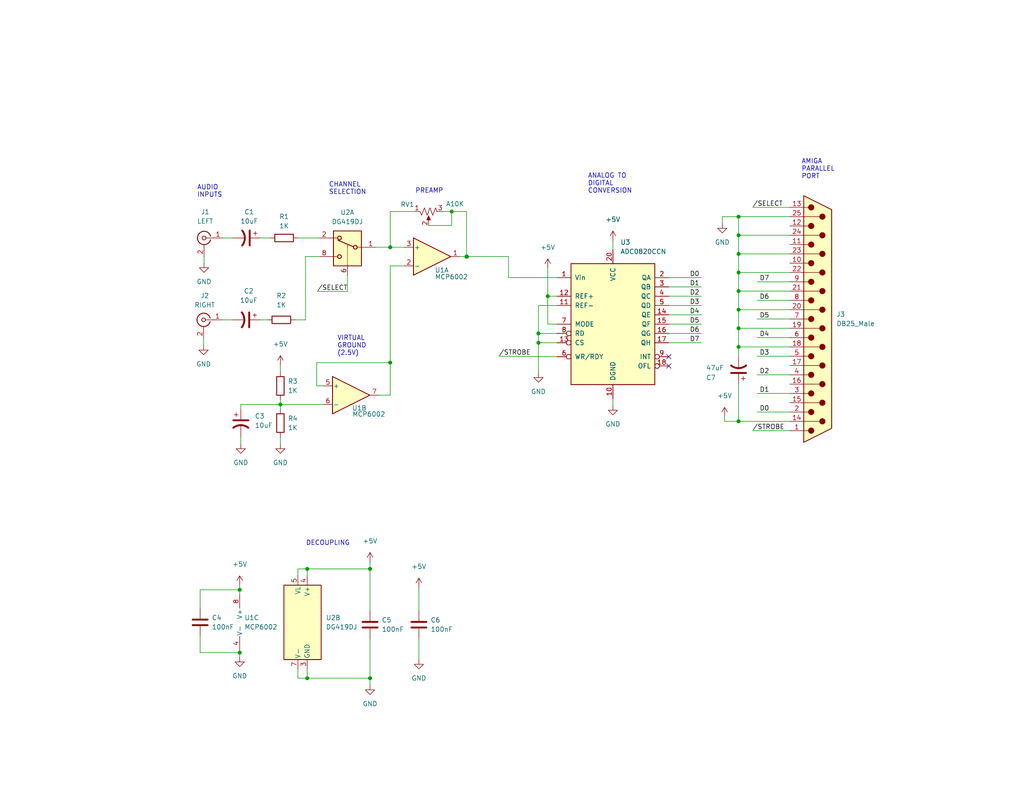
<source format=kicad_sch>
(kicad_sch (version 20211123) (generator eeschema)

  (uuid 9cc8af91-44c8-4f84-9022-678ea59a2e76)

  (paper "USLetter")

  (title_block
    (title "AMIGA STEREO DIGITIZER")
    (date "2025-06-09")
    (rev "V1.3")
    (company "RETRONIC DESIGN / OPEN HARDWARE LICENSE")
    (comment 1 "Francis Gradel, B.Eng.")
  )

  (lib_symbols
    (symbol "Amplifier_Operational:MCP6002-xMS" (pin_names (offset 0.127)) (in_bom yes) (on_board yes)
      (property "Reference" "U" (id 0) (at 0 5.08 0)
        (effects (font (size 1.27 1.27)) (justify left))
      )
      (property "Value" "MCP6002-xMS" (id 1) (at 0 -5.08 0)
        (effects (font (size 1.27 1.27)) (justify left))
      )
      (property "Footprint" "" (id 2) (at 0 0 0)
        (effects (font (size 1.27 1.27)) hide)
      )
      (property "Datasheet" "http://ww1.microchip.com/downloads/en/DeviceDoc/21733j.pdf" (id 3) (at 0 0 0)
        (effects (font (size 1.27 1.27)) hide)
      )
      (property "ki_locked" "" (id 4) (at 0 0 0)
        (effects (font (size 1.27 1.27)))
      )
      (property "ki_keywords" "dual opamp" (id 5) (at 0 0 0)
        (effects (font (size 1.27 1.27)) hide)
      )
      (property "ki_description" "1MHz, Low-Power Op Amp, MSOP-8" (id 6) (at 0 0 0)
        (effects (font (size 1.27 1.27)) hide)
      )
      (property "ki_fp_filters" "SOIC*3.9x4.9mm*P1.27mm* DIP*W7.62mm* TO*99* OnSemi*Micro8* TSSOP*3x3mm*P0.65mm* TSSOP*4.4x3mm*P0.65mm* MSOP*3x3mm*P0.65mm* SSOP*3.9x4.9mm*P0.635mm* LFCSP*2x2mm*P0.5mm* *SIP* SOIC*5.3x6.2mm*P1.27mm*" (id 7) (at 0 0 0)
        (effects (font (size 1.27 1.27)) hide)
      )
      (symbol "MCP6002-xMS_1_1"
        (polyline
          (pts
            (xy -5.08 5.08)
            (xy 5.08 0)
            (xy -5.08 -5.08)
            (xy -5.08 5.08)
          )
          (stroke (width 0.254) (type default) (color 0 0 0 0))
          (fill (type background))
        )
        (pin output line (at 7.62 0 180) (length 2.54)
          (name "~" (effects (font (size 1.27 1.27))))
          (number "1" (effects (font (size 1.27 1.27))))
        )
        (pin input line (at -7.62 -2.54 0) (length 2.54)
          (name "-" (effects (font (size 1.27 1.27))))
          (number "2" (effects (font (size 1.27 1.27))))
        )
        (pin input line (at -7.62 2.54 0) (length 2.54)
          (name "+" (effects (font (size 1.27 1.27))))
          (number "3" (effects (font (size 1.27 1.27))))
        )
      )
      (symbol "MCP6002-xMS_2_1"
        (polyline
          (pts
            (xy -5.08 5.08)
            (xy 5.08 0)
            (xy -5.08 -5.08)
            (xy -5.08 5.08)
          )
          (stroke (width 0.254) (type default) (color 0 0 0 0))
          (fill (type background))
        )
        (pin input line (at -7.62 2.54 0) (length 2.54)
          (name "+" (effects (font (size 1.27 1.27))))
          (number "5" (effects (font (size 1.27 1.27))))
        )
        (pin input line (at -7.62 -2.54 0) (length 2.54)
          (name "-" (effects (font (size 1.27 1.27))))
          (number "6" (effects (font (size 1.27 1.27))))
        )
        (pin output line (at 7.62 0 180) (length 2.54)
          (name "~" (effects (font (size 1.27 1.27))))
          (number "7" (effects (font (size 1.27 1.27))))
        )
      )
      (symbol "MCP6002-xMS_3_1"
        (pin power_in line (at -2.54 -7.62 90) (length 3.81)
          (name "V-" (effects (font (size 1.27 1.27))))
          (number "4" (effects (font (size 1.27 1.27))))
        )
        (pin power_in line (at -2.54 7.62 270) (length 3.81)
          (name "V+" (effects (font (size 1.27 1.27))))
          (number "8" (effects (font (size 1.27 1.27))))
        )
      )
    )
    (symbol "Analog_ADC:ADC0820" (pin_names (offset 1.016)) (in_bom yes) (on_board yes)
      (property "Reference" "U" (id 0) (at -11.43 17.78 0)
        (effects (font (size 1.27 1.27)) (justify left))
      )
      (property "Value" "ADC0820" (id 1) (at 5.08 17.78 0)
        (effects (font (size 1.27 1.27)) (justify left))
      )
      (property "Footprint" "" (id 2) (at 0 0 0)
        (effects (font (size 1.27 1.27)) hide)
      )
      (property "Datasheet" "https://media.digikey.com/pdf/Data%20Sheets/Texas%20Instruments%20PDFs/ADC0820-N.pdf" (id 3) (at 0 0 0)
        (effects (font (size 1.27 1.27)) hide)
      )
      (property "ki_keywords" "CAD" (id 4) (at 0 0 0)
        (effects (font (size 1.27 1.27)) hide)
      )
      (property "ki_description" "Analog to Digital 8 bits converter, DIP-20" (id 5) (at 0 0 0)
        (effects (font (size 1.27 1.27)) hide)
      )
      (symbol "ADC0820_0_1"
        (rectangle (start -11.43 -16.51) (end 11.43 16.51)
          (stroke (width 0.254) (type default) (color 0 0 0 0))
          (fill (type background))
        )
      )
      (symbol "ADC0820_1_1"
        (pin input line (at -15.24 12.7 0) (length 3.81)
          (name "Vin" (effects (font (size 1.27 1.27))))
          (number "1" (effects (font (size 1.27 1.27))))
        )
        (pin power_in line (at 0 -20.32 90) (length 3.81)
          (name "DGND" (effects (font (size 1.27 1.27))))
          (number "10" (effects (font (size 1.27 1.27))))
        )
        (pin input line (at -15.24 5.08 0) (length 3.81)
          (name "REF-" (effects (font (size 1.27 1.27))))
          (number "11" (effects (font (size 1.27 1.27))))
        )
        (pin input line (at -15.24 7.62 0) (length 3.81)
          (name "REF+" (effects (font (size 1.27 1.27))))
          (number "12" (effects (font (size 1.27 1.27))))
        )
        (pin input inverted (at -15.24 -5.08 0) (length 3.81)
          (name "CS" (effects (font (size 1.27 1.27))))
          (number "13" (effects (font (size 1.27 1.27))))
        )
        (pin tri_state line (at 15.24 2.54 180) (length 3.81)
          (name "QE" (effects (font (size 1.27 1.27))))
          (number "14" (effects (font (size 1.27 1.27))))
        )
        (pin tri_state line (at 15.24 0 180) (length 3.81)
          (name "QF" (effects (font (size 1.27 1.27))))
          (number "15" (effects (font (size 1.27 1.27))))
        )
        (pin tri_state line (at 15.24 -2.54 180) (length 3.81)
          (name "QG" (effects (font (size 1.27 1.27))))
          (number "16" (effects (font (size 1.27 1.27))))
        )
        (pin tri_state line (at 15.24 -5.08 180) (length 3.81)
          (name "QH" (effects (font (size 1.27 1.27))))
          (number "17" (effects (font (size 1.27 1.27))))
        )
        (pin output inverted (at 15.24 -11.43 180) (length 3.81)
          (name "OFL" (effects (font (size 1.27 1.27))))
          (number "18" (effects (font (size 1.27 1.27))))
        )
        (pin tri_state line (at 15.24 12.7 180) (length 3.81)
          (name "QA" (effects (font (size 1.27 1.27))))
          (number "2" (effects (font (size 1.27 1.27))))
        )
        (pin power_in line (at 0 20.32 270) (length 3.81)
          (name "VCC" (effects (font (size 1.27 1.27))))
          (number "20" (effects (font (size 1.27 1.27))))
        )
        (pin tri_state line (at 15.24 10.16 180) (length 3.81)
          (name "QB" (effects (font (size 1.27 1.27))))
          (number "3" (effects (font (size 1.27 1.27))))
        )
        (pin tri_state line (at 15.24 7.62 180) (length 3.81)
          (name "QC" (effects (font (size 1.27 1.27))))
          (number "4" (effects (font (size 1.27 1.27))))
        )
        (pin tri_state line (at 15.24 5.08 180) (length 3.81)
          (name "QD" (effects (font (size 1.27 1.27))))
          (number "5" (effects (font (size 1.27 1.27))))
        )
        (pin input inverted (at -15.24 -8.89 0) (length 3.81)
          (name "WR/RDY" (effects (font (size 1.27 1.27))))
          (number "6" (effects (font (size 1.27 1.27))))
        )
        (pin input line (at -15.24 0 0) (length 3.81)
          (name "MODE" (effects (font (size 1.27 1.27))))
          (number "7" (effects (font (size 1.27 1.27))))
        )
        (pin input inverted (at -15.24 -2.54 0) (length 3.81)
          (name "RD" (effects (font (size 1.27 1.27))))
          (number "8" (effects (font (size 1.27 1.27))))
        )
        (pin output inverted (at 15.24 -8.89 180) (length 3.81)
          (name "INT" (effects (font (size 1.27 1.27))))
          (number "9" (effects (font (size 1.27 1.27))))
        )
      )
    )
    (symbol "Analog_Switch:DG419LDJ" (pin_names (offset 0.254)) (in_bom yes) (on_board yes)
      (property "Reference" "U" (id 0) (at -3.175 4.699 0)
        (effects (font (size 1.27 1.27)) (justify left))
      )
      (property "Value" "DG419LDJ" (id 1) (at -3.175 2.921 0)
        (effects (font (size 1.27 1.27)) (justify left))
      )
      (property "Footprint" "Package_DIP:DIP-8_W7.62mm" (id 2) (at 0 -7.62 0)
        (effects (font (size 1.27 1.27)) hide)
      )
      (property "Datasheet" "https://datasheets.maximintegrated.com/en/ds/DG417-DG419.pdf" (id 3) (at 0 -5.08 0)
        (effects (font (size 1.27 1.27)) hide)
      )
      (property "ki_keywords" "CMOS Analog Switch" (id 4) (at 0 0 0)
        (effects (font (size 1.27 1.27)) hide)
      )
      (property "ki_description" "Single SPDT 3V Logic Compatible CMOS Analog Switch, 35Ohm Ron, with Vlogic, DIP-8" (id 5) (at 0 0 0)
        (effects (font (size 1.27 1.27)) hide)
      )
      (property "ki_fp_filters" "DIP*W7.62mm*" (id 6) (at 0 0 0)
        (effects (font (size 1.27 1.27)) hide)
      )
      (symbol "DG419LDJ_1_1"
        (rectangle (start -3.81 1.905) (end 3.81 -7.62)
          (stroke (width 0.254) (type default) (color 0 0 0 0))
          (fill (type background))
        )
        (circle (center -2.159 -2.54) (radius 0.508)
          (stroke (width 0.254) (type default) (color 0 0 0 0))
          (fill (type none))
        )
        (polyline
          (pts
            (xy -5.08 -2.54)
            (xy -2.794 -2.54)
          )
          (stroke (width 0) (type default) (color 0 0 0 0))
          (fill (type none))
        )
        (polyline
          (pts
            (xy -1.651 -2.413)
            (xy 2.54 -0.635)
          )
          (stroke (width 0.254) (type default) (color 0 0 0 0))
          (fill (type none))
        )
        (polyline
          (pts
            (xy 0 -7.62)
            (xy 0 -7.112)
          )
          (stroke (width 0) (type default) (color 0 0 0 0))
          (fill (type none))
        )
        (polyline
          (pts
            (xy 0 -6.858)
            (xy 0 -6.604)
          )
          (stroke (width 0) (type default) (color 0 0 0 0))
          (fill (type none))
        )
        (polyline
          (pts
            (xy 0 -6.35)
            (xy 0 -6.096)
          )
          (stroke (width 0) (type default) (color 0 0 0 0))
          (fill (type none))
        )
        (polyline
          (pts
            (xy 0 -5.842)
            (xy 0 -5.588)
          )
          (stroke (width 0) (type default) (color 0 0 0 0))
          (fill (type none))
        )
        (polyline
          (pts
            (xy 0 -5.334)
            (xy 0 -5.08)
          )
          (stroke (width 0) (type default) (color 0 0 0 0))
          (fill (type none))
        )
        (polyline
          (pts
            (xy 0 -4.826)
            (xy 0 -4.572)
          )
          (stroke (width 0) (type default) (color 0 0 0 0))
          (fill (type none))
        )
        (polyline
          (pts
            (xy 0 -4.318)
            (xy 0 -4.064)
          )
          (stroke (width 0) (type default) (color 0 0 0 0))
          (fill (type none))
        )
        (polyline
          (pts
            (xy 0 -3.81)
            (xy 0 -3.556)
          )
          (stroke (width 0) (type default) (color 0 0 0 0))
          (fill (type none))
        )
        (polyline
          (pts
            (xy 0 -3.302)
            (xy 0 -3.048)
          )
          (stroke (width 0) (type default) (color 0 0 0 0))
          (fill (type none))
        )
        (polyline
          (pts
            (xy 0 -2.794)
            (xy 0 -2.54)
          )
          (stroke (width 0) (type default) (color 0 0 0 0))
          (fill (type none))
        )
        (polyline
          (pts
            (xy 0 -2.286)
            (xy 0 -2.032)
          )
          (stroke (width 0) (type default) (color 0 0 0 0))
          (fill (type none))
        )
        (polyline
          (pts
            (xy 0 -2.286)
            (xy 0 -2.032)
          )
          (stroke (width 0) (type default) (color 0 0 0 0))
          (fill (type none))
        )
        (polyline
          (pts
            (xy 5.08 -5.08)
            (xy 2.794 -5.08)
          )
          (stroke (width 0) (type default) (color 0 0 0 0))
          (fill (type none))
        )
        (polyline
          (pts
            (xy 5.08 0)
            (xy 2.794 0)
          )
          (stroke (width 0) (type default) (color 0 0 0 0))
          (fill (type none))
        )
        (circle (center 2.159 -5.08) (radius 0.508)
          (stroke (width 0.254) (type default) (color 0 0 0 0))
          (fill (type none))
        )
        (circle (center 2.159 0) (radius 0.508)
          (stroke (width 0.254) (type default) (color 0 0 0 0))
          (fill (type none))
        )
        (pin passive line (at -7.62 -2.54 0) (length 2.54)
          (name "~" (effects (font (size 1.27 1.27))))
          (number "1" (effects (font (size 1.27 1.27))))
        )
        (pin passive line (at 7.62 0 180) (length 2.54)
          (name "~" (effects (font (size 1.27 1.27))))
          (number "2" (effects (font (size 1.27 1.27))))
        )
        (pin input line (at 0 -10.16 90) (length 2.54)
          (name "~" (effects (font (size 1.27 1.27))))
          (number "6" (effects (font (size 1.27 1.27))))
        )
        (pin passive line (at 7.62 -5.08 180) (length 2.54)
          (name "~" (effects (font (size 1.27 1.27))))
          (number "8" (effects (font (size 1.27 1.27))))
        )
      )
      (symbol "DG419LDJ_2_0"
        (pin power_in line (at 0 -12.7 90) (length 2.54)
          (name "GND" (effects (font (size 1.27 1.27))))
          (number "3" (effects (font (size 1.27 1.27))))
        )
        (pin power_in line (at 0 12.7 270) (length 2.54)
          (name "V+" (effects (font (size 1.27 1.27))))
          (number "4" (effects (font (size 1.27 1.27))))
        )
        (pin power_in line (at 2.54 12.7 270) (length 2.54)
          (name "VL" (effects (font (size 1.27 1.27))))
          (number "5" (effects (font (size 1.27 1.27))))
        )
        (pin power_in line (at 2.54 -12.7 90) (length 2.54)
          (name "V-" (effects (font (size 1.27 1.27))))
          (number "7" (effects (font (size 1.27 1.27))))
        )
      )
      (symbol "DG419LDJ_2_1"
        (rectangle (start -3.81 10.16) (end 6.35 -10.16)
          (stroke (width 0.254) (type default) (color 0 0 0 0))
          (fill (type background))
        )
      )
    )
    (symbol "Connector:Conn_Coaxial" (pin_names (offset 1.016) hide) (in_bom yes) (on_board yes)
      (property "Reference" "J" (id 0) (at 0.254 3.048 0)
        (effects (font (size 1.27 1.27)))
      )
      (property "Value" "Conn_Coaxial" (id 1) (at 2.921 0 90)
        (effects (font (size 1.27 1.27)))
      )
      (property "Footprint" "" (id 2) (at 0 0 0)
        (effects (font (size 1.27 1.27)) hide)
      )
      (property "Datasheet" " ~" (id 3) (at 0 0 0)
        (effects (font (size 1.27 1.27)) hide)
      )
      (property "ki_keywords" "BNC SMA SMB SMC LEMO coaxial connector CINCH RCA" (id 4) (at 0 0 0)
        (effects (font (size 1.27 1.27)) hide)
      )
      (property "ki_description" "coaxial connector (BNC, SMA, SMB, SMC, Cinch/RCA, LEMO, ...)" (id 5) (at 0 0 0)
        (effects (font (size 1.27 1.27)) hide)
      )
      (property "ki_fp_filters" "*BNC* *SMA* *SMB* *SMC* *Cinch* *LEMO*" (id 6) (at 0 0 0)
        (effects (font (size 1.27 1.27)) hide)
      )
      (symbol "Conn_Coaxial_0_1"
        (arc (start -1.778 -0.508) (mid 0.2311 -1.8066) (end 1.778 0)
          (stroke (width 0.254) (type default) (color 0 0 0 0))
          (fill (type none))
        )
        (polyline
          (pts
            (xy -2.54 0)
            (xy -0.508 0)
          )
          (stroke (width 0) (type default) (color 0 0 0 0))
          (fill (type none))
        )
        (polyline
          (pts
            (xy 0 -2.54)
            (xy 0 -1.778)
          )
          (stroke (width 0) (type default) (color 0 0 0 0))
          (fill (type none))
        )
        (circle (center 0 0) (radius 0.508)
          (stroke (width 0.2032) (type default) (color 0 0 0 0))
          (fill (type none))
        )
        (arc (start 1.778 0) (mid 0.2099 1.8101) (end -1.778 0.508)
          (stroke (width 0.254) (type default) (color 0 0 0 0))
          (fill (type none))
        )
      )
      (symbol "Conn_Coaxial_1_1"
        (pin passive line (at -5.08 0 0) (length 2.54)
          (name "In" (effects (font (size 1.27 1.27))))
          (number "1" (effects (font (size 1.27 1.27))))
        )
        (pin passive line (at 0 -5.08 90) (length 2.54)
          (name "Ext" (effects (font (size 1.27 1.27))))
          (number "2" (effects (font (size 1.27 1.27))))
        )
      )
    )
    (symbol "Connector:DB25_Male" (pin_names (offset 1.016) hide) (in_bom yes) (on_board yes)
      (property "Reference" "J" (id 0) (at 0 34.29 0)
        (effects (font (size 1.27 1.27)))
      )
      (property "Value" "DB25_Male" (id 1) (at 0 -34.925 0)
        (effects (font (size 1.27 1.27)))
      )
      (property "Footprint" "" (id 2) (at 0 0 0)
        (effects (font (size 1.27 1.27)) hide)
      )
      (property "Datasheet" " ~" (id 3) (at 0 0 0)
        (effects (font (size 1.27 1.27)) hide)
      )
      (property "ki_keywords" "male D-SUB connector" (id 4) (at 0 0 0)
        (effects (font (size 1.27 1.27)) hide)
      )
      (property "ki_description" "25-pin male D-SUB connector" (id 5) (at 0 0 0)
        (effects (font (size 1.27 1.27)) hide)
      )
      (property "ki_fp_filters" "DSUB*Male*" (id 6) (at 0 0 0)
        (effects (font (size 1.27 1.27)) hide)
      )
      (symbol "DB25_Male_0_1"
        (circle (center -1.778 -30.48) (radius 0.762)
          (stroke (width 0) (type default) (color 0 0 0 0))
          (fill (type outline))
        )
        (circle (center -1.778 -25.4) (radius 0.762)
          (stroke (width 0) (type default) (color 0 0 0 0))
          (fill (type outline))
        )
        (circle (center -1.778 -20.32) (radius 0.762)
          (stroke (width 0) (type default) (color 0 0 0 0))
          (fill (type outline))
        )
        (circle (center -1.778 -15.24) (radius 0.762)
          (stroke (width 0) (type default) (color 0 0 0 0))
          (fill (type outline))
        )
        (circle (center -1.778 -10.16) (radius 0.762)
          (stroke (width 0) (type default) (color 0 0 0 0))
          (fill (type outline))
        )
        (circle (center -1.778 -5.08) (radius 0.762)
          (stroke (width 0) (type default) (color 0 0 0 0))
          (fill (type outline))
        )
        (circle (center -1.778 0) (radius 0.762)
          (stroke (width 0) (type default) (color 0 0 0 0))
          (fill (type outline))
        )
        (circle (center -1.778 5.08) (radius 0.762)
          (stroke (width 0) (type default) (color 0 0 0 0))
          (fill (type outline))
        )
        (circle (center -1.778 10.16) (radius 0.762)
          (stroke (width 0) (type default) (color 0 0 0 0))
          (fill (type outline))
        )
        (circle (center -1.778 15.24) (radius 0.762)
          (stroke (width 0) (type default) (color 0 0 0 0))
          (fill (type outline))
        )
        (circle (center -1.778 20.32) (radius 0.762)
          (stroke (width 0) (type default) (color 0 0 0 0))
          (fill (type outline))
        )
        (circle (center -1.778 25.4) (radius 0.762)
          (stroke (width 0) (type default) (color 0 0 0 0))
          (fill (type outline))
        )
        (circle (center -1.778 30.48) (radius 0.762)
          (stroke (width 0) (type default) (color 0 0 0 0))
          (fill (type outline))
        )
        (polyline
          (pts
            (xy -3.81 -30.48)
            (xy -2.54 -30.48)
          )
          (stroke (width 0) (type default) (color 0 0 0 0))
          (fill (type none))
        )
        (polyline
          (pts
            (xy -3.81 -27.94)
            (xy 0.508 -27.94)
          )
          (stroke (width 0) (type default) (color 0 0 0 0))
          (fill (type none))
        )
        (polyline
          (pts
            (xy -3.81 -25.4)
            (xy -2.54 -25.4)
          )
          (stroke (width 0) (type default) (color 0 0 0 0))
          (fill (type none))
        )
        (polyline
          (pts
            (xy -3.81 -22.86)
            (xy 0.508 -22.86)
          )
          (stroke (width 0) (type default) (color 0 0 0 0))
          (fill (type none))
        )
        (polyline
          (pts
            (xy -3.81 -20.32)
            (xy -2.54 -20.32)
          )
          (stroke (width 0) (type default) (color 0 0 0 0))
          (fill (type none))
        )
        (polyline
          (pts
            (xy -3.81 -17.78)
            (xy 0.508 -17.78)
          )
          (stroke (width 0) (type default) (color 0 0 0 0))
          (fill (type none))
        )
        (polyline
          (pts
            (xy -3.81 -15.24)
            (xy -2.54 -15.24)
          )
          (stroke (width 0) (type default) (color 0 0 0 0))
          (fill (type none))
        )
        (polyline
          (pts
            (xy -3.81 -12.7)
            (xy 0.508 -12.7)
          )
          (stroke (width 0) (type default) (color 0 0 0 0))
          (fill (type none))
        )
        (polyline
          (pts
            (xy -3.81 -10.16)
            (xy -2.54 -10.16)
          )
          (stroke (width 0) (type default) (color 0 0 0 0))
          (fill (type none))
        )
        (polyline
          (pts
            (xy -3.81 -7.62)
            (xy 0.508 -7.62)
          )
          (stroke (width 0) (type default) (color 0 0 0 0))
          (fill (type none))
        )
        (polyline
          (pts
            (xy -3.81 -5.08)
            (xy -2.54 -5.08)
          )
          (stroke (width 0) (type default) (color 0 0 0 0))
          (fill (type none))
        )
        (polyline
          (pts
            (xy -3.81 -2.54)
            (xy 0.508 -2.54)
          )
          (stroke (width 0) (type default) (color 0 0 0 0))
          (fill (type none))
        )
        (polyline
          (pts
            (xy -3.81 0)
            (xy -2.54 0)
          )
          (stroke (width 0) (type default) (color 0 0 0 0))
          (fill (type none))
        )
        (polyline
          (pts
            (xy -3.81 2.54)
            (xy 0.508 2.54)
          )
          (stroke (width 0) (type default) (color 0 0 0 0))
          (fill (type none))
        )
        (polyline
          (pts
            (xy -3.81 5.08)
            (xy -2.54 5.08)
          )
          (stroke (width 0) (type default) (color 0 0 0 0))
          (fill (type none))
        )
        (polyline
          (pts
            (xy -3.81 7.62)
            (xy 0.508 7.62)
          )
          (stroke (width 0) (type default) (color 0 0 0 0))
          (fill (type none))
        )
        (polyline
          (pts
            (xy -3.81 10.16)
            (xy -2.54 10.16)
          )
          (stroke (width 0) (type default) (color 0 0 0 0))
          (fill (type none))
        )
        (polyline
          (pts
            (xy -3.81 12.7)
            (xy 0.508 12.7)
          )
          (stroke (width 0) (type default) (color 0 0 0 0))
          (fill (type none))
        )
        (polyline
          (pts
            (xy -3.81 15.24)
            (xy -2.54 15.24)
          )
          (stroke (width 0) (type default) (color 0 0 0 0))
          (fill (type none))
        )
        (polyline
          (pts
            (xy -3.81 17.78)
            (xy 0.508 17.78)
          )
          (stroke (width 0) (type default) (color 0 0 0 0))
          (fill (type none))
        )
        (polyline
          (pts
            (xy -3.81 20.32)
            (xy -2.54 20.32)
          )
          (stroke (width 0) (type default) (color 0 0 0 0))
          (fill (type none))
        )
        (polyline
          (pts
            (xy -3.81 22.86)
            (xy 0.508 22.86)
          )
          (stroke (width 0) (type default) (color 0 0 0 0))
          (fill (type none))
        )
        (polyline
          (pts
            (xy -3.81 25.4)
            (xy -2.54 25.4)
          )
          (stroke (width 0) (type default) (color 0 0 0 0))
          (fill (type none))
        )
        (polyline
          (pts
            (xy -3.81 27.94)
            (xy 0.508 27.94)
          )
          (stroke (width 0) (type default) (color 0 0 0 0))
          (fill (type none))
        )
        (polyline
          (pts
            (xy -3.81 30.48)
            (xy -2.54 30.48)
          )
          (stroke (width 0) (type default) (color 0 0 0 0))
          (fill (type none))
        )
        (polyline
          (pts
            (xy -3.81 -33.655)
            (xy 3.81 -29.845)
            (xy 3.81 29.845)
            (xy -3.81 33.655)
            (xy -3.81 -33.655)
          )
          (stroke (width 0.254) (type default) (color 0 0 0 0))
          (fill (type background))
        )
        (circle (center 1.27 -27.94) (radius 0.762)
          (stroke (width 0) (type default) (color 0 0 0 0))
          (fill (type outline))
        )
        (circle (center 1.27 -22.86) (radius 0.762)
          (stroke (width 0) (type default) (color 0 0 0 0))
          (fill (type outline))
        )
        (circle (center 1.27 -17.78) (radius 0.762)
          (stroke (width 0) (type default) (color 0 0 0 0))
          (fill (type outline))
        )
        (circle (center 1.27 -12.7) (radius 0.762)
          (stroke (width 0) (type default) (color 0 0 0 0))
          (fill (type outline))
        )
        (circle (center 1.27 -7.62) (radius 0.762)
          (stroke (width 0) (type default) (color 0 0 0 0))
          (fill (type outline))
        )
        (circle (center 1.27 -2.54) (radius 0.762)
          (stroke (width 0) (type default) (color 0 0 0 0))
          (fill (type outline))
        )
        (circle (center 1.27 2.54) (radius 0.762)
          (stroke (width 0) (type default) (color 0 0 0 0))
          (fill (type outline))
        )
        (circle (center 1.27 7.62) (radius 0.762)
          (stroke (width 0) (type default) (color 0 0 0 0))
          (fill (type outline))
        )
        (circle (center 1.27 12.7) (radius 0.762)
          (stroke (width 0) (type default) (color 0 0 0 0))
          (fill (type outline))
        )
        (circle (center 1.27 17.78) (radius 0.762)
          (stroke (width 0) (type default) (color 0 0 0 0))
          (fill (type outline))
        )
        (circle (center 1.27 22.86) (radius 0.762)
          (stroke (width 0) (type default) (color 0 0 0 0))
          (fill (type outline))
        )
        (circle (center 1.27 27.94) (radius 0.762)
          (stroke (width 0) (type default) (color 0 0 0 0))
          (fill (type outline))
        )
      )
      (symbol "DB25_Male_1_1"
        (pin passive line (at -7.62 -30.48 0) (length 3.81)
          (name "1" (effects (font (size 1.27 1.27))))
          (number "1" (effects (font (size 1.27 1.27))))
        )
        (pin passive line (at -7.62 15.24 0) (length 3.81)
          (name "10" (effects (font (size 1.27 1.27))))
          (number "10" (effects (font (size 1.27 1.27))))
        )
        (pin passive line (at -7.62 20.32 0) (length 3.81)
          (name "11" (effects (font (size 1.27 1.27))))
          (number "11" (effects (font (size 1.27 1.27))))
        )
        (pin passive line (at -7.62 25.4 0) (length 3.81)
          (name "12" (effects (font (size 1.27 1.27))))
          (number "12" (effects (font (size 1.27 1.27))))
        )
        (pin passive line (at -7.62 30.48 0) (length 3.81)
          (name "13" (effects (font (size 1.27 1.27))))
          (number "13" (effects (font (size 1.27 1.27))))
        )
        (pin passive line (at -7.62 -27.94 0) (length 3.81)
          (name "P14" (effects (font (size 1.27 1.27))))
          (number "14" (effects (font (size 1.27 1.27))))
        )
        (pin passive line (at -7.62 -22.86 0) (length 3.81)
          (name "P15" (effects (font (size 1.27 1.27))))
          (number "15" (effects (font (size 1.27 1.27))))
        )
        (pin passive line (at -7.62 -17.78 0) (length 3.81)
          (name "P16" (effects (font (size 1.27 1.27))))
          (number "16" (effects (font (size 1.27 1.27))))
        )
        (pin passive line (at -7.62 -12.7 0) (length 3.81)
          (name "P17" (effects (font (size 1.27 1.27))))
          (number "17" (effects (font (size 1.27 1.27))))
        )
        (pin passive line (at -7.62 -7.62 0) (length 3.81)
          (name "P18" (effects (font (size 1.27 1.27))))
          (number "18" (effects (font (size 1.27 1.27))))
        )
        (pin passive line (at -7.62 -2.54 0) (length 3.81)
          (name "P19" (effects (font (size 1.27 1.27))))
          (number "19" (effects (font (size 1.27 1.27))))
        )
        (pin passive line (at -7.62 -25.4 0) (length 3.81)
          (name "2" (effects (font (size 1.27 1.27))))
          (number "2" (effects (font (size 1.27 1.27))))
        )
        (pin passive line (at -7.62 2.54 0) (length 3.81)
          (name "P20" (effects (font (size 1.27 1.27))))
          (number "20" (effects (font (size 1.27 1.27))))
        )
        (pin passive line (at -7.62 7.62 0) (length 3.81)
          (name "P21" (effects (font (size 1.27 1.27))))
          (number "21" (effects (font (size 1.27 1.27))))
        )
        (pin passive line (at -7.62 12.7 0) (length 3.81)
          (name "P22" (effects (font (size 1.27 1.27))))
          (number "22" (effects (font (size 1.27 1.27))))
        )
        (pin passive line (at -7.62 17.78 0) (length 3.81)
          (name "P23" (effects (font (size 1.27 1.27))))
          (number "23" (effects (font (size 1.27 1.27))))
        )
        (pin passive line (at -7.62 22.86 0) (length 3.81)
          (name "P24" (effects (font (size 1.27 1.27))))
          (number "24" (effects (font (size 1.27 1.27))))
        )
        (pin passive line (at -7.62 27.94 0) (length 3.81)
          (name "P25" (effects (font (size 1.27 1.27))))
          (number "25" (effects (font (size 1.27 1.27))))
        )
        (pin passive line (at -7.62 -20.32 0) (length 3.81)
          (name "3" (effects (font (size 1.27 1.27))))
          (number "3" (effects (font (size 1.27 1.27))))
        )
        (pin passive line (at -7.62 -15.24 0) (length 3.81)
          (name "4" (effects (font (size 1.27 1.27))))
          (number "4" (effects (font (size 1.27 1.27))))
        )
        (pin passive line (at -7.62 -10.16 0) (length 3.81)
          (name "5" (effects (font (size 1.27 1.27))))
          (number "5" (effects (font (size 1.27 1.27))))
        )
        (pin passive line (at -7.62 -5.08 0) (length 3.81)
          (name "6" (effects (font (size 1.27 1.27))))
          (number "6" (effects (font (size 1.27 1.27))))
        )
        (pin passive line (at -7.62 0 0) (length 3.81)
          (name "7" (effects (font (size 1.27 1.27))))
          (number "7" (effects (font (size 1.27 1.27))))
        )
        (pin passive line (at -7.62 5.08 0) (length 3.81)
          (name "8" (effects (font (size 1.27 1.27))))
          (number "8" (effects (font (size 1.27 1.27))))
        )
        (pin passive line (at -7.62 10.16 0) (length 3.81)
          (name "9" (effects (font (size 1.27 1.27))))
          (number "9" (effects (font (size 1.27 1.27))))
        )
      )
    )
    (symbol "Device:C" (pin_numbers hide) (pin_names (offset 0.254)) (in_bom yes) (on_board yes)
      (property "Reference" "C" (id 0) (at 0.635 2.54 0)
        (effects (font (size 1.27 1.27)) (justify left))
      )
      (property "Value" "C" (id 1) (at 0.635 -2.54 0)
        (effects (font (size 1.27 1.27)) (justify left))
      )
      (property "Footprint" "" (id 2) (at 0.9652 -3.81 0)
        (effects (font (size 1.27 1.27)) hide)
      )
      (property "Datasheet" "~" (id 3) (at 0 0 0)
        (effects (font (size 1.27 1.27)) hide)
      )
      (property "ki_keywords" "cap capacitor" (id 4) (at 0 0 0)
        (effects (font (size 1.27 1.27)) hide)
      )
      (property "ki_description" "Unpolarized capacitor" (id 5) (at 0 0 0)
        (effects (font (size 1.27 1.27)) hide)
      )
      (property "ki_fp_filters" "C_*" (id 6) (at 0 0 0)
        (effects (font (size 1.27 1.27)) hide)
      )
      (symbol "C_0_1"
        (polyline
          (pts
            (xy -2.032 -0.762)
            (xy 2.032 -0.762)
          )
          (stroke (width 0.508) (type default) (color 0 0 0 0))
          (fill (type none))
        )
        (polyline
          (pts
            (xy -2.032 0.762)
            (xy 2.032 0.762)
          )
          (stroke (width 0.508) (type default) (color 0 0 0 0))
          (fill (type none))
        )
      )
      (symbol "C_1_1"
        (pin passive line (at 0 3.81 270) (length 2.794)
          (name "~" (effects (font (size 1.27 1.27))))
          (number "1" (effects (font (size 1.27 1.27))))
        )
        (pin passive line (at 0 -3.81 90) (length 2.794)
          (name "~" (effects (font (size 1.27 1.27))))
          (number "2" (effects (font (size 1.27 1.27))))
        )
      )
    )
    (symbol "Device:C_Polarized_US" (pin_numbers hide) (pin_names (offset 0.254) hide) (in_bom yes) (on_board yes)
      (property "Reference" "C" (id 0) (at 0.635 2.54 0)
        (effects (font (size 1.27 1.27)) (justify left))
      )
      (property "Value" "C_Polarized_US" (id 1) (at 0.635 -2.54 0)
        (effects (font (size 1.27 1.27)) (justify left))
      )
      (property "Footprint" "" (id 2) (at 0 0 0)
        (effects (font (size 1.27 1.27)) hide)
      )
      (property "Datasheet" "~" (id 3) (at 0 0 0)
        (effects (font (size 1.27 1.27)) hide)
      )
      (property "ki_keywords" "cap capacitor" (id 4) (at 0 0 0)
        (effects (font (size 1.27 1.27)) hide)
      )
      (property "ki_description" "Polarized capacitor, US symbol" (id 5) (at 0 0 0)
        (effects (font (size 1.27 1.27)) hide)
      )
      (property "ki_fp_filters" "CP_*" (id 6) (at 0 0 0)
        (effects (font (size 1.27 1.27)) hide)
      )
      (symbol "C_Polarized_US_0_1"
        (polyline
          (pts
            (xy -2.032 0.762)
            (xy 2.032 0.762)
          )
          (stroke (width 0.508) (type default) (color 0 0 0 0))
          (fill (type none))
        )
        (polyline
          (pts
            (xy -1.778 2.286)
            (xy -0.762 2.286)
          )
          (stroke (width 0) (type default) (color 0 0 0 0))
          (fill (type none))
        )
        (polyline
          (pts
            (xy -1.27 1.778)
            (xy -1.27 2.794)
          )
          (stroke (width 0) (type default) (color 0 0 0 0))
          (fill (type none))
        )
        (arc (start 2.032 -1.27) (mid 0 -0.5572) (end -2.032 -1.27)
          (stroke (width 0.508) (type default) (color 0 0 0 0))
          (fill (type none))
        )
      )
      (symbol "C_Polarized_US_1_1"
        (pin passive line (at 0 3.81 270) (length 2.794)
          (name "~" (effects (font (size 1.27 1.27))))
          (number "1" (effects (font (size 1.27 1.27))))
        )
        (pin passive line (at 0 -3.81 90) (length 3.302)
          (name "~" (effects (font (size 1.27 1.27))))
          (number "2" (effects (font (size 1.27 1.27))))
        )
      )
    )
    (symbol "Device:R" (pin_numbers hide) (pin_names (offset 0)) (in_bom yes) (on_board yes)
      (property "Reference" "R" (id 0) (at 2.032 0 90)
        (effects (font (size 1.27 1.27)))
      )
      (property "Value" "R" (id 1) (at 0 0 90)
        (effects (font (size 1.27 1.27)))
      )
      (property "Footprint" "" (id 2) (at -1.778 0 90)
        (effects (font (size 1.27 1.27)) hide)
      )
      (property "Datasheet" "~" (id 3) (at 0 0 0)
        (effects (font (size 1.27 1.27)) hide)
      )
      (property "ki_keywords" "R res resistor" (id 4) (at 0 0 0)
        (effects (font (size 1.27 1.27)) hide)
      )
      (property "ki_description" "Resistor" (id 5) (at 0 0 0)
        (effects (font (size 1.27 1.27)) hide)
      )
      (property "ki_fp_filters" "R_*" (id 6) (at 0 0 0)
        (effects (font (size 1.27 1.27)) hide)
      )
      (symbol "R_0_1"
        (rectangle (start -1.016 -2.54) (end 1.016 2.54)
          (stroke (width 0.254) (type default) (color 0 0 0 0))
          (fill (type none))
        )
      )
      (symbol "R_1_1"
        (pin passive line (at 0 3.81 270) (length 1.27)
          (name "~" (effects (font (size 1.27 1.27))))
          (number "1" (effects (font (size 1.27 1.27))))
        )
        (pin passive line (at 0 -3.81 90) (length 1.27)
          (name "~" (effects (font (size 1.27 1.27))))
          (number "2" (effects (font (size 1.27 1.27))))
        )
      )
    )
    (symbol "Device:R_Potentiometer_US" (pin_names (offset 1.016) hide) (in_bom yes) (on_board yes)
      (property "Reference" "RV" (id 0) (at -4.445 0 90)
        (effects (font (size 1.27 1.27)))
      )
      (property "Value" "R_Potentiometer_US" (id 1) (at -2.54 0 90)
        (effects (font (size 1.27 1.27)))
      )
      (property "Footprint" "" (id 2) (at 0 0 0)
        (effects (font (size 1.27 1.27)) hide)
      )
      (property "Datasheet" "~" (id 3) (at 0 0 0)
        (effects (font (size 1.27 1.27)) hide)
      )
      (property "ki_keywords" "resistor variable" (id 4) (at 0 0 0)
        (effects (font (size 1.27 1.27)) hide)
      )
      (property "ki_description" "Potentiometer, US symbol" (id 5) (at 0 0 0)
        (effects (font (size 1.27 1.27)) hide)
      )
      (property "ki_fp_filters" "Potentiometer*" (id 6) (at 0 0 0)
        (effects (font (size 1.27 1.27)) hide)
      )
      (symbol "R_Potentiometer_US_0_1"
        (polyline
          (pts
            (xy 0 -2.286)
            (xy 0 -2.54)
          )
          (stroke (width 0) (type default) (color 0 0 0 0))
          (fill (type none))
        )
        (polyline
          (pts
            (xy 0 2.54)
            (xy 0 2.286)
          )
          (stroke (width 0) (type default) (color 0 0 0 0))
          (fill (type none))
        )
        (polyline
          (pts
            (xy 2.54 0)
            (xy 1.524 0)
          )
          (stroke (width 0) (type default) (color 0 0 0 0))
          (fill (type none))
        )
        (polyline
          (pts
            (xy 1.143 0)
            (xy 2.286 0.508)
            (xy 2.286 -0.508)
            (xy 1.143 0)
          )
          (stroke (width 0) (type default) (color 0 0 0 0))
          (fill (type outline))
        )
        (polyline
          (pts
            (xy 0 -0.762)
            (xy 1.016 -1.143)
            (xy 0 -1.524)
            (xy -1.016 -1.905)
            (xy 0 -2.286)
          )
          (stroke (width 0) (type default) (color 0 0 0 0))
          (fill (type none))
        )
        (polyline
          (pts
            (xy 0 0.762)
            (xy 1.016 0.381)
            (xy 0 0)
            (xy -1.016 -0.381)
            (xy 0 -0.762)
          )
          (stroke (width 0) (type default) (color 0 0 0 0))
          (fill (type none))
        )
        (polyline
          (pts
            (xy 0 2.286)
            (xy 1.016 1.905)
            (xy 0 1.524)
            (xy -1.016 1.143)
            (xy 0 0.762)
          )
          (stroke (width 0) (type default) (color 0 0 0 0))
          (fill (type none))
        )
      )
      (symbol "R_Potentiometer_US_1_1"
        (pin passive line (at 0 3.81 270) (length 1.27)
          (name "1" (effects (font (size 1.27 1.27))))
          (number "1" (effects (font (size 1.27 1.27))))
        )
        (pin passive line (at 3.81 0 180) (length 1.27)
          (name "2" (effects (font (size 1.27 1.27))))
          (number "2" (effects (font (size 1.27 1.27))))
        )
        (pin passive line (at 0 -3.81 90) (length 1.27)
          (name "3" (effects (font (size 1.27 1.27))))
          (number "3" (effects (font (size 1.27 1.27))))
        )
      )
    )
    (symbol "power:+5V" (power) (pin_names (offset 0)) (in_bom yes) (on_board yes)
      (property "Reference" "#PWR" (id 0) (at 0 -3.81 0)
        (effects (font (size 1.27 1.27)) hide)
      )
      (property "Value" "+5V" (id 1) (at 0 3.556 0)
        (effects (font (size 1.27 1.27)))
      )
      (property "Footprint" "" (id 2) (at 0 0 0)
        (effects (font (size 1.27 1.27)) hide)
      )
      (property "Datasheet" "" (id 3) (at 0 0 0)
        (effects (font (size 1.27 1.27)) hide)
      )
      (property "ki_keywords" "power-flag" (id 4) (at 0 0 0)
        (effects (font (size 1.27 1.27)) hide)
      )
      (property "ki_description" "Power symbol creates a global label with name \"+5V\"" (id 5) (at 0 0 0)
        (effects (font (size 1.27 1.27)) hide)
      )
      (symbol "+5V_0_1"
        (polyline
          (pts
            (xy -0.762 1.27)
            (xy 0 2.54)
          )
          (stroke (width 0) (type default) (color 0 0 0 0))
          (fill (type none))
        )
        (polyline
          (pts
            (xy 0 0)
            (xy 0 2.54)
          )
          (stroke (width 0) (type default) (color 0 0 0 0))
          (fill (type none))
        )
        (polyline
          (pts
            (xy 0 2.54)
            (xy 0.762 1.27)
          )
          (stroke (width 0) (type default) (color 0 0 0 0))
          (fill (type none))
        )
      )
      (symbol "+5V_1_1"
        (pin power_in line (at 0 0 90) (length 0) hide
          (name "+5V" (effects (font (size 1.27 1.27))))
          (number "1" (effects (font (size 1.27 1.27))))
        )
      )
    )
    (symbol "power:GND" (power) (pin_names (offset 0)) (in_bom yes) (on_board yes)
      (property "Reference" "#PWR" (id 0) (at 0 -6.35 0)
        (effects (font (size 1.27 1.27)) hide)
      )
      (property "Value" "GND" (id 1) (at 0 -3.81 0)
        (effects (font (size 1.27 1.27)))
      )
      (property "Footprint" "" (id 2) (at 0 0 0)
        (effects (font (size 1.27 1.27)) hide)
      )
      (property "Datasheet" "" (id 3) (at 0 0 0)
        (effects (font (size 1.27 1.27)) hide)
      )
      (property "ki_keywords" "power-flag" (id 4) (at 0 0 0)
        (effects (font (size 1.27 1.27)) hide)
      )
      (property "ki_description" "Power symbol creates a global label with name \"GND\" , ground" (id 5) (at 0 0 0)
        (effects (font (size 1.27 1.27)) hide)
      )
      (symbol "GND_0_1"
        (polyline
          (pts
            (xy 0 0)
            (xy 0 -1.27)
            (xy 1.27 -1.27)
            (xy 0 -2.54)
            (xy -1.27 -1.27)
            (xy 0 -1.27)
          )
          (stroke (width 0) (type default) (color 0 0 0 0))
          (fill (type none))
        )
      )
      (symbol "GND_1_1"
        (pin power_in line (at 0 0 270) (length 0) hide
          (name "GND" (effects (font (size 1.27 1.27))))
          (number "1" (effects (font (size 1.27 1.27))))
        )
      )
    )
  )

  (junction (at 106.4768 67.5132) (diameter 0) (color 0 0 0 0)
    (uuid 02ba57b8-8c92-4c7f-a12c-9a4fd5fcd97a)
  )
  (junction (at 127.4064 70.104) (diameter 0) (color 0 0 0 0)
    (uuid 11da2365-3ac0-423d-8e14-27c7c7852ac0)
  )
  (junction (at 201.5236 84.5566) (diameter 0) (color 0 0 0 0)
    (uuid 1612c8b2-3571-420e-9cb8-b0eb23e44007)
  )
  (junction (at 149.4536 80.8736) (diameter 0) (color 0 0 0 0)
    (uuid 225efe78-c265-49c2-8b8b-d227f6fb4008)
  )
  (junction (at 76.5048 110.4392) (diameter 0) (color 0 0 0 0)
    (uuid 48940f4e-7f3b-4ef1-8156-088da91c3690)
  )
  (junction (at 65.405 161.036) (diameter 0) (color 0 0 0 0)
    (uuid 4ecac85b-9033-4006-a0a4-06f60f5038b7)
  )
  (junction (at 201.5236 69.3166) (diameter 0) (color 0 0 0 0)
    (uuid 56d64e3d-fbbf-48ba-9f2b-07802a1a693a)
  )
  (junction (at 201.5236 115.0366) (diameter 0) (color 0 0 0 0)
    (uuid 64bb8d0c-edb6-467a-8feb-e008b2ba0d66)
  )
  (junction (at 127.3048 70.0532) (diameter 0) (color 0 0 0 0)
    (uuid 8fc85115-8a72-4db8-a479-fc545fdd0853)
  )
  (junction (at 201.5236 79.4766) (diameter 0) (color 0 0 0 0)
    (uuid 92b78e64-5cc2-4089-83ea-3ab71df4df32)
  )
  (junction (at 106.4768 99.0092) (diameter 0) (color 0 0 0 0)
    (uuid 95934cb3-da6f-4231-b9db-4da9aebfad79)
  )
  (junction (at 65.405 178.181) (diameter 0) (color 0 0 0 0)
    (uuid 98f5c090-c660-4b79-beeb-7ef1067082fc)
  )
  (junction (at 201.5236 64.2366) (diameter 0) (color 0 0 0 0)
    (uuid a44a8dce-0905-4576-996f-5e574e418fb3)
  )
  (junction (at 100.965 185.166) (diameter 0) (color 0 0 0 0)
    (uuid a59c4dc1-e003-4f5a-8f46-932e906a7315)
  )
  (junction (at 201.5236 59.1566) (diameter 0) (color 0 0 0 0)
    (uuid a7f589e8-10a3-468c-99a9-6e69eaf4b2df)
  )
  (junction (at 201.5236 89.6366) (diameter 0) (color 0 0 0 0)
    (uuid aaec17be-ca9c-4cb8-9da2-acc91e0364f9)
  )
  (junction (at 100.965 155.321) (diameter 0) (color 0 0 0 0)
    (uuid b415a088-5bd5-40da-991c-0626e79f343e)
  )
  (junction (at 83.82 185.166) (diameter 0) (color 0 0 0 0)
    (uuid b8cb59f4-d9c9-41fb-a0b2-ea8842b626fd)
  )
  (junction (at 201.5236 94.7166) (diameter 0) (color 0 0 0 0)
    (uuid ca42ba3b-dac0-4295-a935-6640c248dc21)
  )
  (junction (at 83.82 155.321) (diameter 0) (color 0 0 0 0)
    (uuid d8075535-ce30-44d9-b313-72b6acff2beb)
  )
  (junction (at 146.9136 91.0336) (diameter 0) (color 0 0 0 0)
    (uuid d8aedf9c-4256-484b-a802-dd8c71e367b1)
  )
  (junction (at 127.3556 70.0278) (diameter 0) (color 0 0 0 0)
    (uuid e351ab1f-ad57-4483-8baf-533b51f19388)
  )
  (junction (at 201.5236 74.3966) (diameter 0) (color 0 0 0 0)
    (uuid e7080337-f106-442a-9fda-6414f18e67ce)
  )
  (junction (at 123.2408 57.7596) (diameter 0) (color 0 0 0 0)
    (uuid eaff62c8-fb12-47ae-a760-6884ec25cc99)
  )
  (junction (at 146.9136 93.5736) (diameter 0) (color 0 0 0 0)
    (uuid ed5bc0ef-ed9b-460d-8137-b0487c89ca34)
  )

  (no_connect (at 182.4736 99.9236) (uuid c8df7f23-fd58-42ba-a1da-4e78b593a94e))
  (no_connect (at 182.4736 97.3836) (uuid d60da581-f9ca-4ef5-9bc2-3530ad3a4972))

  (wire (pts (xy 83.3628 70.0532) (xy 83.3628 87.3252))
    (stroke (width 0) (type default) (color 0 0 0 0))
    (uuid 01609f74-d98e-46f4-8454-54affa3cb706)
  )
  (wire (pts (xy 215.4936 69.3166) (xy 201.5236 69.3166))
    (stroke (width 0) (type default) (color 0 0 0 0))
    (uuid 0171c04d-33a9-444a-81ee-dfd448896ad2)
  )
  (wire (pts (xy 106.4768 67.5132) (xy 110.2868 67.5132))
    (stroke (width 0) (type default) (color 0 0 0 0))
    (uuid 0193ed16-b5b6-48bd-ba77-812f0c52abd1)
  )
  (wire (pts (xy 182.4736 91.0336) (xy 191.3636 91.0336))
    (stroke (width 0) (type default) (color 0 0 0 0))
    (uuid 02814061-6a50-40b2-bbcc-1527a139d06c)
  )
  (wire (pts (xy 65.405 177.546) (xy 65.405 178.181))
    (stroke (width 0) (type default) (color 0 0 0 0))
    (uuid 028436fb-00a5-47fb-938f-3602b80dcedb)
  )
  (wire (pts (xy 215.4936 79.4766) (xy 201.5236 79.4766))
    (stroke (width 0) (type default) (color 0 0 0 0))
    (uuid 046827dc-0a28-40d0-9567-c7893c1d21d6)
  )
  (wire (pts (xy 206.6036 107.4166) (xy 215.4936 107.4166))
    (stroke (width 0) (type default) (color 0 0 0 0))
    (uuid 068c5930-c147-4817-88a2-7a3dcdb88985)
  )
  (wire (pts (xy 65.405 178.181) (xy 65.405 179.451))
    (stroke (width 0) (type default) (color 0 0 0 0))
    (uuid 074d6ab2-d314-4f5d-8fc0-c3cbca1d18b6)
  )
  (wire (pts (xy 100.965 174.371) (xy 100.965 185.166))
    (stroke (width 0) (type default) (color 0 0 0 0))
    (uuid 078a8446-477c-4827-97be-da4682e4cc11)
  )
  (wire (pts (xy 206.6036 97.2566) (xy 215.4936 97.2566))
    (stroke (width 0) (type default) (color 0 0 0 0))
    (uuid 0792a2a1-3d0a-486d-924d-fb419b8b8231)
  )
  (wire (pts (xy 167.2336 65.6336) (xy 167.2336 68.1736))
    (stroke (width 0) (type default) (color 0 0 0 0))
    (uuid 0911261c-66ce-40fd-a4da-5678723447c6)
  )
  (wire (pts (xy 215.4936 84.5566) (xy 201.5236 84.5566))
    (stroke (width 0) (type default) (color 0 0 0 0))
    (uuid 09cb53de-0547-4e14-b50e-2ab0b76b6ccd)
  )
  (wire (pts (xy 182.4736 80.8736) (xy 191.3636 80.8736))
    (stroke (width 0) (type default) (color 0 0 0 0))
    (uuid 0c597e4a-4af9-4206-b1cd-ea9819b1ab32)
  )
  (wire (pts (xy 182.4736 78.3336) (xy 191.3636 78.3336))
    (stroke (width 0) (type default) (color 0 0 0 0))
    (uuid 17b28604-85fc-4eea-9b78-5448b185f5eb)
  )
  (wire (pts (xy 123.2408 57.7596) (xy 127.3048 57.7596))
    (stroke (width 0) (type default) (color 0 0 0 0))
    (uuid 18b9fd73-e692-4d73-972f-f71a33653c4d)
  )
  (wire (pts (xy 182.4736 93.5736) (xy 191.3636 93.5736))
    (stroke (width 0) (type default) (color 0 0 0 0))
    (uuid 1923de5b-cfad-452f-aa63-f93ea058174f)
  )
  (wire (pts (xy 197.7136 113.7666) (xy 197.7136 115.0366))
    (stroke (width 0) (type default) (color 0 0 0 0))
    (uuid 1af196df-8064-4966-aa91-14afdaca5ab3)
  )
  (wire (pts (xy 65.7098 111.7092) (xy 65.7098 110.4392))
    (stroke (width 0) (type default) (color 0 0 0 0))
    (uuid 1cfef26a-288c-4cef-bdf1-ba8dfc77a620)
  )
  (wire (pts (xy 201.5236 84.5566) (xy 201.5236 89.6366))
    (stroke (width 0) (type default) (color 0 0 0 0))
    (uuid 1fa1d938-3a20-44de-9e9a-e077c400b938)
  )
  (wire (pts (xy 83.82 155.321) (xy 83.82 157.226))
    (stroke (width 0) (type default) (color 0 0 0 0))
    (uuid 20f65ffd-7ab0-4efb-a19b-97ef438ef625)
  )
  (wire (pts (xy 65.7098 119.3292) (xy 65.7098 121.2342))
    (stroke (width 0) (type default) (color 0 0 0 0))
    (uuid 211e5411-8ba7-4a7f-b503-2ae50faa2684)
  )
  (wire (pts (xy 100.965 185.166) (xy 100.965 187.071))
    (stroke (width 0) (type default) (color 0 0 0 0))
    (uuid 23112221-a671-4c37-9f62-df87863c6554)
  )
  (wire (pts (xy 83.82 185.166) (xy 83.82 182.626))
    (stroke (width 0) (type default) (color 0 0 0 0))
    (uuid 24debd23-a5a2-470e-b738-cfbb09c70e81)
  )
  (wire (pts (xy 81.28 155.321) (xy 81.28 157.226))
    (stroke (width 0) (type default) (color 0 0 0 0))
    (uuid 25735d37-7d07-483d-a177-bb6563fffc90)
  )
  (wire (pts (xy 167.2336 108.8136) (xy 167.2336 110.7186))
    (stroke (width 0) (type default) (color 0 0 0 0))
    (uuid 26e16a04-f1dc-44e8-86c9-7ed10d3db14f)
  )
  (wire (pts (xy 215.4936 117.5766) (xy 205.3336 117.5766))
    (stroke (width 0) (type default) (color 0 0 0 0))
    (uuid 2b275d82-fe2b-413c-830c-5f9a932598cd)
  )
  (wire (pts (xy 87.1728 70.0532) (xy 83.3628 70.0532))
    (stroke (width 0) (type default) (color 0 0 0 0))
    (uuid 2dc1cbf0-a1c4-4637-9928-723588325795)
  )
  (wire (pts (xy 54.61 166.116) (xy 54.61 161.036))
    (stroke (width 0) (type default) (color 0 0 0 0))
    (uuid 32d3d773-d3e4-4794-8cf1-e2d731e6e8f5)
  )
  (wire (pts (xy 76.5048 99.6442) (xy 76.5048 101.5492))
    (stroke (width 0) (type default) (color 0 0 0 0))
    (uuid 35b4566b-de33-44d8-9df0-e04a79ca701d)
  )
  (wire (pts (xy 151.9936 83.4136) (xy 146.9136 83.4136))
    (stroke (width 0) (type default) (color 0 0 0 0))
    (uuid 39e45ee8-8dbc-4640-9474-853daa0338ed)
  )
  (wire (pts (xy 76.5048 110.4392) (xy 88.1888 110.4392))
    (stroke (width 0) (type default) (color 0 0 0 0))
    (uuid 3a6ee97b-7da7-4411-acf2-c93671a17b90)
  )
  (wire (pts (xy 86.4108 105.3592) (xy 86.4108 99.0092))
    (stroke (width 0) (type default) (color 0 0 0 0))
    (uuid 3bc2711d-9389-4d90-a4eb-f466659d6c03)
  )
  (wire (pts (xy 86.4108 99.0092) (xy 106.4768 99.0092))
    (stroke (width 0) (type default) (color 0 0 0 0))
    (uuid 43f91bea-af5f-43eb-9287-9804a8add519)
  )
  (wire (pts (xy 206.6036 112.4966) (xy 215.4936 112.4966))
    (stroke (width 0) (type default) (color 0 0 0 0))
    (uuid 45857121-0bb3-4150-b6a4-2fef00f26403)
  )
  (wire (pts (xy 94.7928 79.5782) (xy 94.7928 75.1332))
    (stroke (width 0) (type default) (color 0 0 0 0))
    (uuid 45cb8267-49eb-41a3-b368-f778b4ce3fb7)
  )
  (wire (pts (xy 127.3048 70.0532) (xy 127.4064 70.104))
    (stroke (width 0) (type default) (color 0 0 0 0))
    (uuid 46099777-7b5c-42b1-be57-f360fe830e64)
  )
  (wire (pts (xy 106.4768 72.5932) (xy 106.4768 99.0092))
    (stroke (width 0) (type default) (color 0 0 0 0))
    (uuid 4a5564aa-d6e4-4168-80db-9a433a4ec54d)
  )
  (wire (pts (xy 151.9936 80.8736) (xy 149.4536 80.8736))
    (stroke (width 0) (type default) (color 0 0 0 0))
    (uuid 4ccd65c9-0c9b-4891-9817-310ec475eedc)
  )
  (wire (pts (xy 201.5236 94.7166) (xy 201.5236 97.2566))
    (stroke (width 0) (type default) (color 0 0 0 0))
    (uuid 4d1b484b-61f9-4340-8607-486fa33f3bd8)
  )
  (wire (pts (xy 146.9136 83.4136) (xy 146.9136 91.0336))
    (stroke (width 0) (type default) (color 0 0 0 0))
    (uuid 4d1bf2a6-c8a0-40b6-8516-e10816a1d8fd)
  )
  (wire (pts (xy 201.5236 79.4766) (xy 201.5236 74.3966))
    (stroke (width 0) (type default) (color 0 0 0 0))
    (uuid 4d48cdf7-212a-438e-abde-e088ef573d41)
  )
  (wire (pts (xy 149.4536 88.4936) (xy 149.4536 80.8736))
    (stroke (width 0) (type default) (color 0 0 0 0))
    (uuid 4e27fdcf-4450-4909-aa77-d0d96a955386)
  )
  (wire (pts (xy 201.5236 104.8766) (xy 201.5236 115.0366))
    (stroke (width 0) (type default) (color 0 0 0 0))
    (uuid 50069d20-59f2-47e6-b30d-9e745a3f72ae)
  )
  (wire (pts (xy 151.9936 88.4936) (xy 149.4536 88.4936))
    (stroke (width 0) (type default) (color 0 0 0 0))
    (uuid 5638d74c-4cf8-4a68-8d01-ac17b8caca1d)
  )
  (wire (pts (xy 54.61 161.036) (xy 65.405 161.036))
    (stroke (width 0) (type default) (color 0 0 0 0))
    (uuid 566c66e1-aa32-447f-be1e-6e471dc5934f)
  )
  (wire (pts (xy 201.5236 115.0366) (xy 215.4936 115.0366))
    (stroke (width 0) (type default) (color 0 0 0 0))
    (uuid 5a26eb05-a3ea-48ac-9955-c686a364ed5a)
  )
  (wire (pts (xy 201.5236 59.1566) (xy 201.5236 64.2366))
    (stroke (width 0) (type default) (color 0 0 0 0))
    (uuid 5c0677fb-f820-412c-8bed-24ce5eff7698)
  )
  (wire (pts (xy 88.1888 105.3592) (xy 86.4108 105.3592))
    (stroke (width 0) (type default) (color 0 0 0 0))
    (uuid 5cd19748-7eec-46c5-ac46-1f24ed156a45)
  )
  (wire (pts (xy 123.2408 61.5696) (xy 123.2408 57.7596))
    (stroke (width 0) (type default) (color 0 0 0 0))
    (uuid 60b50684-b418-4999-ba19-c3e28c81de16)
  )
  (wire (pts (xy 55.5498 92.4052) (xy 55.5498 94.3102))
    (stroke (width 0) (type default) (color 0 0 0 0))
    (uuid 64c5b899-3941-4756-8c39-a440ea7b9f84)
  )
  (wire (pts (xy 149.4536 80.8736) (xy 149.4536 73.2536))
    (stroke (width 0) (type default) (color 0 0 0 0))
    (uuid 64dedf6f-5492-428a-8579-961c83738a42)
  )
  (wire (pts (xy 215.4936 74.3966) (xy 201.5236 74.3966))
    (stroke (width 0) (type default) (color 0 0 0 0))
    (uuid 6cf1fd51-abf0-4563-a3b7-eb34b4787e4c)
  )
  (wire (pts (xy 215.4936 59.1566) (xy 201.5236 59.1566))
    (stroke (width 0) (type default) (color 0 0 0 0))
    (uuid 6f3a11b7-e987-45fa-a95c-de9b7f4313e0)
  )
  (wire (pts (xy 197.7136 115.0366) (xy 201.5236 115.0366))
    (stroke (width 0) (type default) (color 0 0 0 0))
    (uuid 703cb138-679f-4a60-9a12-c67f8df475f2)
  )
  (wire (pts (xy 182.4736 83.4136) (xy 191.3636 83.4136))
    (stroke (width 0) (type default) (color 0 0 0 0))
    (uuid 76f3d461-ff35-4b11-a6db-5e30364d59fb)
  )
  (wire (pts (xy 81.28 155.321) (xy 83.82 155.321))
    (stroke (width 0) (type default) (color 0 0 0 0))
    (uuid 77004c44-dc3e-40d9-b63d-c7f0f25d733e)
  )
  (wire (pts (xy 81.28 185.166) (xy 83.82 185.166))
    (stroke (width 0) (type default) (color 0 0 0 0))
    (uuid 77119c96-bee1-4b7b-8bde-181659404965)
  )
  (wire (pts (xy 120.7516 57.7596) (xy 123.2408 57.7596))
    (stroke (width 0) (type default) (color 0 0 0 0))
    (uuid 7d6ddab9-3593-480a-9230-8a20c598d134)
  )
  (wire (pts (xy 201.5236 64.2366) (xy 215.4936 64.2366))
    (stroke (width 0) (type default) (color 0 0 0 0))
    (uuid 7dab3028-cd99-4f25-a5fc-8b85a0e48531)
  )
  (wire (pts (xy 116.9416 61.5696) (xy 123.2408 61.5696))
    (stroke (width 0) (type default) (color 0 0 0 0))
    (uuid 82f0a9c1-ff7c-4889-91ee-67ce74e34d88)
  )
  (wire (pts (xy 76.5048 110.4392) (xy 76.5048 111.7092))
    (stroke (width 0) (type default) (color 0 0 0 0))
    (uuid 88040abe-cbb9-4a2d-a169-77cf4c4be854)
  )
  (wire (pts (xy 114.3 174.371) (xy 114.3 180.086))
    (stroke (width 0) (type default) (color 0 0 0 0))
    (uuid 8a067300-bf5e-4b72-9092-41e866db0338)
  )
  (wire (pts (xy 71.1708 64.9732) (xy 73.7108 64.9732))
    (stroke (width 0) (type default) (color 0 0 0 0))
    (uuid 8b9c1cc6-e8d5-4962-a666-b39a44b182b5)
  )
  (wire (pts (xy 146.9136 91.0336) (xy 151.9936 91.0336))
    (stroke (width 0) (type default) (color 0 0 0 0))
    (uuid 8c9551dc-aec2-458b-af7d-5d341e2984df)
  )
  (wire (pts (xy 206.6036 102.3366) (xy 215.4936 102.3366))
    (stroke (width 0) (type default) (color 0 0 0 0))
    (uuid 8cec570a-3d52-43e9-9716-865b35d4f1d4)
  )
  (wire (pts (xy 201.5236 69.3166) (xy 201.5236 64.2366))
    (stroke (width 0) (type default) (color 0 0 0 0))
    (uuid 8e101b0c-3fc9-4060-bc4d-2846aeebe17a)
  )
  (wire (pts (xy 76.5048 109.1692) (xy 76.5048 110.4392))
    (stroke (width 0) (type default) (color 0 0 0 0))
    (uuid 9033acb9-ce65-458e-98a8-0d670c56c8eb)
  )
  (wire (pts (xy 206.6036 82.0166) (xy 215.4936 82.0166))
    (stroke (width 0) (type default) (color 0 0 0 0))
    (uuid 93711080-0268-4864-8ed5-3d73fb8c9831)
  )
  (wire (pts (xy 106.4768 57.7596) (xy 106.4768 67.5132))
    (stroke (width 0) (type default) (color 0 0 0 0))
    (uuid 955448f2-2a94-40e1-ad69-67a3f06a3fb7)
  )
  (wire (pts (xy 65.405 161.036) (xy 65.405 162.306))
    (stroke (width 0) (type default) (color 0 0 0 0))
    (uuid 959b1cf6-f56f-4042-96c2-80e561e226ee)
  )
  (wire (pts (xy 65.405 159.766) (xy 65.405 161.036))
    (stroke (width 0) (type default) (color 0 0 0 0))
    (uuid 95bbd0f6-099b-4595-b37d-48a86fc382a0)
  )
  (wire (pts (xy 197.0786 59.1566) (xy 201.5236 59.1566))
    (stroke (width 0) (type default) (color 0 0 0 0))
    (uuid 9aa53339-d2e2-4e9c-bf61-658cb3367459)
  )
  (wire (pts (xy 114.3 160.401) (xy 114.3 166.751))
    (stroke (width 0) (type default) (color 0 0 0 0))
    (uuid 9c706320-e42d-41e2-8273-640314b5d029)
  )
  (wire (pts (xy 182.4736 85.9536) (xy 191.3636 85.9536))
    (stroke (width 0) (type default) (color 0 0 0 0))
    (uuid 9cc86321-daa7-4594-ae1c-a78ee636de9f)
  )
  (wire (pts (xy 127.3048 57.7596) (xy 127.3048 70.0532))
    (stroke (width 0) (type default) (color 0 0 0 0))
    (uuid 9e83f9ff-a28e-4e91-9ab7-9b44fe537eee)
  )
  (wire (pts (xy 106.4768 107.8992) (xy 103.4288 107.8992))
    (stroke (width 0) (type default) (color 0 0 0 0))
    (uuid a2ae3481-3686-4c31-a84f-79a871be6d63)
  )
  (wire (pts (xy 206.6036 92.1766) (xy 215.4936 92.1766))
    (stroke (width 0) (type default) (color 0 0 0 0))
    (uuid a350c49d-4e98-4809-9696-673289897de2)
  )
  (wire (pts (xy 182.4736 88.4936) (xy 191.3636 88.4936))
    (stroke (width 0) (type default) (color 0 0 0 0))
    (uuid aa0a264f-8b77-4fd6-acd5-4b400f44df0a)
  )
  (wire (pts (xy 138.7348 75.7936) (xy 138.7348 70.0532))
    (stroke (width 0) (type default) (color 0 0 0 0))
    (uuid ab663f81-d6d9-4285-8888-0ce5d5fe9506)
  )
  (wire (pts (xy 100.965 153.416) (xy 100.965 155.321))
    (stroke (width 0) (type default) (color 0 0 0 0))
    (uuid adad51f8-ec31-4a2b-b2ca-ed5a9e10e00e)
  )
  (wire (pts (xy 201.5236 74.3966) (xy 201.5236 69.3166))
    (stroke (width 0) (type default) (color 0 0 0 0))
    (uuid ae1a5239-12e7-4f63-add9-0e0f7b24fb40)
  )
  (wire (pts (xy 71.0438 87.3252) (xy 72.9488 87.3252))
    (stroke (width 0) (type default) (color 0 0 0 0))
    (uuid b16d86ba-4969-4547-af61-8b8925976a48)
  )
  (wire (pts (xy 113.1316 57.7596) (xy 106.4768 57.7596))
    (stroke (width 0) (type default) (color 0 0 0 0))
    (uuid b195acec-6eec-49ea-ab82-160482d30b6f)
  )
  (wire (pts (xy 100.965 155.321) (xy 100.965 166.751))
    (stroke (width 0) (type default) (color 0 0 0 0))
    (uuid b4839bb9-eb99-4a42-a48e-b1d1186da219)
  )
  (wire (pts (xy 81.3308 64.9732) (xy 87.1728 64.9732))
    (stroke (width 0) (type default) (color 0 0 0 0))
    (uuid b9d9725b-3c84-44a5-9d8e-c5e88d5ab1a1)
  )
  (wire (pts (xy 125.5268 70.0532) (xy 127.3048 70.0532))
    (stroke (width 0) (type default) (color 0 0 0 0))
    (uuid bb6ff50a-7f57-47c4-9a4a-201422e7fe94)
  )
  (wire (pts (xy 146.9136 91.0336) (xy 146.9136 93.5736))
    (stroke (width 0) (type default) (color 0 0 0 0))
    (uuid bd1c2e0d-e096-4b6e-bfe2-5e563cbb6c67)
  )
  (wire (pts (xy 151.9936 97.3836) (xy 136.1186 97.2566))
    (stroke (width 0) (type default) (color 0 0 0 0))
    (uuid bdc6e1ec-4d72-429e-b0c9-93701b74d496)
  )
  (wire (pts (xy 215.4936 89.6366) (xy 201.5236 89.6366))
    (stroke (width 0) (type default) (color 0 0 0 0))
    (uuid bf064a45-cd79-4e0d-9bfc-c7d55e173533)
  )
  (wire (pts (xy 201.5236 89.6366) (xy 201.5236 94.7166))
    (stroke (width 0) (type default) (color 0 0 0 0))
    (uuid c40586b6-52c6-4ccb-b869-457c36e74842)
  )
  (wire (pts (xy 102.4128 67.5132) (xy 106.4768 67.5132))
    (stroke (width 0) (type default) (color 0 0 0 0))
    (uuid cb8aa557-5458-41ee-b9b8-cff7af80194f)
  )
  (wire (pts (xy 83.3628 87.3252) (xy 80.5688 87.3252))
    (stroke (width 0) (type default) (color 0 0 0 0))
    (uuid cc10cd3d-43f8-4417-b53d-9e98ccbb3f42)
  )
  (wire (pts (xy 206.6036 76.9366) (xy 215.4936 76.9366))
    (stroke (width 0) (type default) (color 0 0 0 0))
    (uuid cd203ac3-b0fc-451d-9aeb-3a9a54695f97)
  )
  (wire (pts (xy 138.7348 70.0532) (xy 127.3556 70.0278))
    (stroke (width 0) (type default) (color 0 0 0 0))
    (uuid d0e0c2a9-7fe8-4f5b-ab4b-b2cd628018ef)
  )
  (wire (pts (xy 151.9936 75.7936) (xy 138.7348 75.7936))
    (stroke (width 0) (type default) (color 0 0 0 0))
    (uuid d2bc0e91-35c6-43de-abdc-0b111276c1a9)
  )
  (wire (pts (xy 60.6298 87.3252) (xy 63.4238 87.3252))
    (stroke (width 0) (type default) (color 0 0 0 0))
    (uuid d2eb28e3-22a3-44b9-b48e-2cd8dacf0fdc)
  )
  (wire (pts (xy 215.4936 56.6166) (xy 205.3336 56.6166))
    (stroke (width 0) (type default) (color 0 0 0 0))
    (uuid d6f07a57-5700-45a8-81d1-b74554ef8bf9)
  )
  (wire (pts (xy 197.0786 61.0616) (xy 197.0786 59.1566))
    (stroke (width 0) (type default) (color 0 0 0 0))
    (uuid d751ddf0-75d9-4774-af34-fac53f7c05fe)
  )
  (wire (pts (xy 86.5378 79.5782) (xy 94.7928 79.5782))
    (stroke (width 0) (type default) (color 0 0 0 0))
    (uuid d7cb2ebe-4755-4911-8985-38961254efbd)
  )
  (wire (pts (xy 54.61 173.736) (xy 54.61 178.181))
    (stroke (width 0) (type default) (color 0 0 0 0))
    (uuid d8b88887-7584-4a00-8701-18ba01b3a041)
  )
  (wire (pts (xy 182.4736 75.7936) (xy 191.3636 75.7936))
    (stroke (width 0) (type default) (color 0 0 0 0))
    (uuid d8e8ea8c-9f1e-44cb-8703-4c810b8203da)
  )
  (wire (pts (xy 54.61 178.181) (xy 65.405 178.181))
    (stroke (width 0) (type default) (color 0 0 0 0))
    (uuid d97c48c7-cc8d-4095-b748-b71ec7608145)
  )
  (wire (pts (xy 60.7568 64.9732) (xy 63.5508 64.9732))
    (stroke (width 0) (type default) (color 0 0 0 0))
    (uuid dc40cbdf-2c22-43fb-86e0-45a930f85982)
  )
  (wire (pts (xy 55.6768 70.0532) (xy 55.6768 71.8312))
    (stroke (width 0) (type default) (color 0 0 0 0))
    (uuid dc6732cc-144c-407d-9fe5-a8d24cd960aa)
  )
  (wire (pts (xy 206.6036 87.0966) (xy 215.4936 87.0966))
    (stroke (width 0) (type default) (color 0 0 0 0))
    (uuid dd9f1abc-f84c-4b17-a37a-d183ef455378)
  )
  (wire (pts (xy 81.28 182.626) (xy 81.28 185.166))
    (stroke (width 0) (type default) (color 0 0 0 0))
    (uuid de8cea7c-62c6-4cf8-9d1c-e4d449480718)
  )
  (wire (pts (xy 100.965 155.321) (xy 83.82 155.321))
    (stroke (width 0) (type default) (color 0 0 0 0))
    (uuid e304b578-eec5-49ee-8a66-46f6bd78272e)
  )
  (wire (pts (xy 201.5236 79.4766) (xy 201.5236 84.5566))
    (stroke (width 0) (type default) (color 0 0 0 0))
    (uuid e37e134d-95fd-4a6f-9a9c-808b385e8d53)
  )
  (wire (pts (xy 76.5048 119.3292) (xy 76.5048 121.2342))
    (stroke (width 0) (type default) (color 0 0 0 0))
    (uuid e7daa6de-424a-49e3-9e7d-f417a59ec9ff)
  )
  (wire (pts (xy 106.4768 99.0092) (xy 106.4768 107.8992))
    (stroke (width 0) (type default) (color 0 0 0 0))
    (uuid e86dc54c-cf27-48fe-a47a-87e4c07b4931)
  )
  (wire (pts (xy 100.965 185.166) (xy 83.82 185.166))
    (stroke (width 0) (type default) (color 0 0 0 0))
    (uuid ee082dcf-d0f1-4b6b-ad12-1d090e04b6d4)
  )
  (wire (pts (xy 146.9136 93.5736) (xy 151.9936 93.5736))
    (stroke (width 0) (type default) (color 0 0 0 0))
    (uuid f235e159-4cf4-4960-a13d-d3469ca5c616)
  )
  (wire (pts (xy 215.4936 94.7166) (xy 201.5236 94.7166))
    (stroke (width 0) (type default) (color 0 0 0 0))
    (uuid f366aa72-3858-4978-86e3-c59e5020496f)
  )
  (wire (pts (xy 65.7098 110.4392) (xy 76.5048 110.4392))
    (stroke (width 0) (type default) (color 0 0 0 0))
    (uuid fac87b0b-10bc-474a-a337-80dd0e232360)
  )
  (wire (pts (xy 146.9136 93.5736) (xy 146.9136 101.8286))
    (stroke (width 0) (type default) (color 0 0 0 0))
    (uuid fc8fed82-52b2-4135-8604-3781a20fbaac)
  )
  (wire (pts (xy 110.2868 72.5932) (xy 106.4768 72.5932))
    (stroke (width 0) (type default) (color 0 0 0 0))
    (uuid fca4ace1-1273-44e1-8366-b85e7fa6a66c)
  )

  (text "DECOUPLING\n" (at 83.439 149.098 0)
    (effects (font (size 1.27 1.27)) (justify left bottom))
    (uuid 36788b56-fb91-44d9-a00a-0532420117ae)
  )
  (text "ANALOG TO\nDIGITAL\nCONVERSION" (at 160.3756 52.9336 0)
    (effects (font (size 1.27 1.27)) (justify left bottom))
    (uuid 8eadd6ec-cbee-4ce1-8545-ac95081749d6)
  )
  (text "PREAMP\n" (at 113.284 52.9336 0)
    (effects (font (size 1.27 1.27)) (justify left bottom))
    (uuid 941473cb-caf8-45fb-8e0b-ef2ff4190bf1)
  )
  (text "CHANNEL\nSELECTION" (at 89.7128 53.2892 0)
    (effects (font (size 1.27 1.27)) (justify left bottom))
    (uuid a583b578-25a7-406e-b92c-c12ff0f580d7)
  )
  (text "VIRTUAL\nGROUND\n(2.5V)" (at 91.9988 97.2312 0)
    (effects (font (size 1.27 1.27)) (justify left bottom))
    (uuid a8777c94-e123-400e-bb4c-a39c98576e88)
  )
  (text "AUDIO\nINPUTS" (at 53.7718 54.0512 0)
    (effects (font (size 1.27 1.27)) (justify left bottom))
    (uuid e3afde4b-7815-480a-bf36-d67ee4c8cc5c)
  )
  (text "AMIGA \nPARALLEL\nPORT" (at 218.6686 48.9966 0)
    (effects (font (size 1.27 1.27)) (justify left bottom))
    (uuid e997da1a-0291-4be4-97fa-79deab8b5689)
  )

  (label "D5" (at 207.2386 87.0966 0)
    (effects (font (size 1.27 1.27)) (justify left bottom))
    (uuid 059b0185-690c-489c-91d4-e341283e4787)
  )
  (label "D0" (at 188.1886 75.7936 0)
    (effects (font (size 1.27 1.27)) (justify left bottom))
    (uuid 10a6010a-e6ad-46d5-87b1-a50722ab0d7e)
  )
  (label "D2" (at 207.2386 102.3366 0)
    (effects (font (size 1.27 1.27)) (justify left bottom))
    (uuid 19a7b9a2-9aeb-4205-a352-5a4bff2dfe7e)
  )
  (label "D7" (at 188.1886 93.5736 0)
    (effects (font (size 1.27 1.27)) (justify left bottom))
    (uuid 1e71d0d6-f956-4dd1-bec1-2e8f201ab4c3)
  )
  (label "D0" (at 207.2386 112.4966 0)
    (effects (font (size 1.27 1.27)) (justify left bottom))
    (uuid 35c4230a-0020-4fdc-98cd-d1a00557f06e)
  )
  (label "D6" (at 207.2386 82.0166 0)
    (effects (font (size 1.27 1.27)) (justify left bottom))
    (uuid 55bbf12b-ed67-4378-b5a3-c8ddba043ef0)
  )
  (label "D3" (at 207.2386 97.2566 0)
    (effects (font (size 1.27 1.27)) (justify left bottom))
    (uuid 5e7b86b4-85ac-4ac0-9b96-82adc09de9a3)
  )
  (label "{slash}SELECT" (at 86.5378 79.5782 0)
    (effects (font (size 1.27 1.27)) (justify left bottom))
    (uuid 5fc0ae30-4f9d-4468-9c1a-f04154a53cb5)
  )
  (label "D3" (at 188.1886 83.4136 0)
    (effects (font (size 1.27 1.27)) (justify left bottom))
    (uuid 60761e6d-c90b-4b2e-a1bd-6a82df67a009)
  )
  (label "D4" (at 188.1886 85.9536 0)
    (effects (font (size 1.27 1.27)) (justify left bottom))
    (uuid 7c0018f2-370d-495a-a3a6-86c839daa288)
  )
  (label "{slash}STROBE" (at 136.1186 97.2566 0)
    (effects (font (size 1.27 1.27)) (justify left bottom))
    (uuid 807d5810-09e4-4986-81d1-2a97e422e2f9)
  )
  (label "{slash}STROBE" (at 205.3336 117.5766 0)
    (effects (font (size 1.27 1.27)) (justify left bottom))
    (uuid 816f7736-70e6-4873-ad36-d8a1663965ba)
  )
  (label "D5" (at 188.1886 88.4936 0)
    (effects (font (size 1.27 1.27)) (justify left bottom))
    (uuid 8a847fc9-9b8a-4255-a556-4da8bfed4f50)
  )
  (label "D1" (at 188.1886 78.3336 0)
    (effects (font (size 1.27 1.27)) (justify left bottom))
    (uuid 94125dbe-88ca-4408-92d7-75be413ac3e6)
  )
  (label "D4" (at 207.2386 92.1766 0)
    (effects (font (size 1.27 1.27)) (justify left bottom))
    (uuid 9ede23fe-af8c-4862-95d3-b2b34e5efd64)
  )
  (label "{slash}SELECT" (at 205.3336 56.6166 0)
    (effects (font (size 1.27 1.27)) (justify left bottom))
    (uuid b2bf69ed-2a21-44b3-b68a-1c77fc45d34f)
  )
  (label "D7" (at 207.2386 76.9366 0)
    (effects (font (size 1.27 1.27)) (justify left bottom))
    (uuid d165dd99-95f5-4aad-a121-180405e9383d)
  )
  (label "D2" (at 188.1886 80.8736 0)
    (effects (font (size 1.27 1.27)) (justify left bottom))
    (uuid ddc7fd27-9b6d-4082-9f2c-e34b44591b47)
  )
  (label "D1" (at 207.2386 107.4166 0)
    (effects (font (size 1.27 1.27)) (justify left bottom))
    (uuid e4ad9eb8-0eeb-40b7-881d-0c52f82a21ad)
  )
  (label "D6" (at 188.1886 91.0336 0)
    (effects (font (size 1.27 1.27)) (justify left bottom))
    (uuid f1c81dd6-ee23-43bf-94ff-79f3b7128fba)
  )

  (symbol (lib_id "Device:R_Potentiometer_US") (at 116.9416 57.7596 90) (mirror x) (unit 1)
    (in_bom yes) (on_board yes)
    (uuid 0a146243-af53-4307-9166-ebf5eb1e46db)
    (property "Reference" "RV1" (id 0) (at 111.1504 55.8292 90))
    (property "Value" "A10K" (id 1) (at 124.1552 55.6768 90))
    (property "Footprint" "Potentiometer_THT:Potentiometer_Alps_RK09K_Single_Vertical" (id 2) (at 116.9416 57.7596 0)
      (effects (font (size 1.27 1.27)) hide)
    )
    (property "Datasheet" "~" (id 3) (at 116.9416 57.7596 0)
      (effects (font (size 1.27 1.27)) hide)
    )
    (pin "1" (uuid fce035f8-350b-4517-85c4-f559bded9193))
    (pin "2" (uuid 47442e64-45b8-4297-a542-390b33908d16))
    (pin "3" (uuid b80e219a-a327-4019-a527-f5f0da425ef5))
  )

  (symbol (lib_id "power:GND") (at 55.6768 71.8312 0) (unit 1)
    (in_bom yes) (on_board yes) (fields_autoplaced)
    (uuid 18d744b0-6527-4f51-a5a5-60318481709c)
    (property "Reference" "#PWR02" (id 0) (at 55.6768 78.1812 0)
      (effects (font (size 1.27 1.27)) hide)
    )
    (property "Value" "GND" (id 1) (at 55.6768 76.9112 0))
    (property "Footprint" "" (id 2) (at 55.6768 71.8312 0)
      (effects (font (size 1.27 1.27)) hide)
    )
    (property "Datasheet" "" (id 3) (at 55.6768 71.8312 0)
      (effects (font (size 1.27 1.27)) hide)
    )
    (pin "1" (uuid e17cb242-6d9a-45fa-851f-c238c01a027c))
  )

  (symbol (lib_id "Analog_ADC:ADC0820") (at 167.2336 88.4936 0) (unit 1)
    (in_bom yes) (on_board yes) (fields_autoplaced)
    (uuid 1f7c1409-5714-43f9-a8b4-ebaf785ea650)
    (property "Reference" "U3" (id 0) (at 169.253 66.1416 0)
      (effects (font (size 1.27 1.27)) (justify left))
    )
    (property "Value" "ADC0820CCN" (id 1) (at 169.253 68.6816 0)
      (effects (font (size 1.27 1.27)) (justify left))
    )
    (property "Footprint" "Package_DIP:DIP-20_W7.62mm" (id 2) (at 167.2336 88.4936 0)
      (effects (font (size 1.27 1.27)) hide)
    )
    (property "Datasheet" "https://media.digikey.com/pdf/Data%20Sheets/Texas%20Instruments%20PDFs/ADC0820-N.pdf" (id 3) (at 167.2336 88.4936 0)
      (effects (font (size 1.27 1.27)) hide)
    )
    (pin "1" (uuid a0f488ed-0b84-4ba7-8f81-bfda8b4c76ad))
    (pin "10" (uuid 4aae8970-3510-441c-9215-dea185587792))
    (pin "11" (uuid 1c6fc1e1-991e-4467-8461-5682b83da400))
    (pin "12" (uuid 64d176b9-7594-4059-9076-50fe17454c45))
    (pin "13" (uuid 9fba2719-3984-4634-8990-bc24b175875c))
    (pin "14" (uuid 60077fe9-5450-4dd0-9d9f-59c29537dd70))
    (pin "15" (uuid ada82994-52f9-4e38-945c-c44579f37994))
    (pin "16" (uuid c023f516-fbea-4a2e-a564-8dd1b9a2d8ab))
    (pin "17" (uuid be1612ee-b5f8-4004-b55a-f58df4d6e345))
    (pin "18" (uuid 7871208f-cb5f-425a-b260-5aeb6a99f31d))
    (pin "2" (uuid 1a7357dc-c4bb-416f-89ec-80a199ba7c1c))
    (pin "20" (uuid 7a2556df-e2f9-41c4-9f79-e76a9dcba8a5))
    (pin "3" (uuid e367308d-9156-4d39-982f-3bd31a6ad80b))
    (pin "4" (uuid 2960c46f-1df5-47cd-a905-57b32128526c))
    (pin "5" (uuid ad82c080-71cd-4a94-ac26-58fefb97b220))
    (pin "6" (uuid eac85086-06d8-4235-bad4-376f4b9e0e85))
    (pin "7" (uuid 5ca26a9a-ac02-48df-a285-048ccaf39ba9))
    (pin "8" (uuid b0469fd5-a05a-45f1-a6aa-9b8bfe94d4c0))
    (pin "9" (uuid a12fe69d-246a-49dc-ad95-540afa8ab13d))
  )

  (symbol (lib_id "power:GND") (at 167.2336 110.7186 0) (unit 1)
    (in_bom yes) (on_board yes) (fields_autoplaced)
    (uuid 267e1145-349a-4a8d-ad17-023e27e07a72)
    (property "Reference" "#PWR016" (id 0) (at 167.2336 117.0686 0)
      (effects (font (size 1.27 1.27)) hide)
    )
    (property "Value" "GND" (id 1) (at 167.2336 115.7986 0))
    (property "Footprint" "" (id 2) (at 167.2336 110.7186 0)
      (effects (font (size 1.27 1.27)) hide)
    )
    (property "Datasheet" "" (id 3) (at 167.2336 110.7186 0)
      (effects (font (size 1.27 1.27)) hide)
    )
    (pin "1" (uuid c5a6a54f-d827-45ba-bece-d0d3ec3b904b))
  )

  (symbol (lib_id "power:GND") (at 65.405 179.451 0) (unit 1)
    (in_bom yes) (on_board yes) (fields_autoplaced)
    (uuid 26bbfa45-fbe8-44a3-9679-9324746ee1c5)
    (property "Reference" "#PWR08" (id 0) (at 65.405 185.801 0)
      (effects (font (size 1.27 1.27)) hide)
    )
    (property "Value" "GND" (id 1) (at 65.405 184.531 0))
    (property "Footprint" "" (id 2) (at 65.405 179.451 0)
      (effects (font (size 1.27 1.27)) hide)
    )
    (property "Datasheet" "" (id 3) (at 65.405 179.451 0)
      (effects (font (size 1.27 1.27)) hide)
    )
    (pin "1" (uuid 85407aba-eb0e-4f39-b317-112ffd0c57c5))
  )

  (symbol (lib_id "power:GND") (at 146.9136 101.8286 0) (unit 1)
    (in_bom yes) (on_board yes) (fields_autoplaced)
    (uuid 2b88137c-f890-4a12-9733-e90111d1b5a8)
    (property "Reference" "#PWR013" (id 0) (at 146.9136 108.1786 0)
      (effects (font (size 1.27 1.27)) hide)
    )
    (property "Value" "GND" (id 1) (at 146.9136 106.9086 0))
    (property "Footprint" "" (id 2) (at 146.9136 101.8286 0)
      (effects (font (size 1.27 1.27)) hide)
    )
    (property "Datasheet" "" (id 3) (at 146.9136 101.8286 0)
      (effects (font (size 1.27 1.27)) hide)
    )
    (pin "1" (uuid b25349f0-132d-4a4f-b63e-c00f3b2916a4))
  )

  (symbol (lib_id "power:+5V") (at 76.5048 99.6442 0) (unit 1)
    (in_bom yes) (on_board yes) (fields_autoplaced)
    (uuid 30b8a363-e000-46a2-b519-fae41d15f460)
    (property "Reference" "#PWR05" (id 0) (at 76.5048 103.4542 0)
      (effects (font (size 1.27 1.27)) hide)
    )
    (property "Value" "+5V" (id 1) (at 76.5048 93.9292 0))
    (property "Footprint" "" (id 2) (at 76.5048 99.6442 0)
      (effects (font (size 1.27 1.27)) hide)
    )
    (property "Datasheet" "" (id 3) (at 76.5048 99.6442 0)
      (effects (font (size 1.27 1.27)) hide)
    )
    (pin "1" (uuid 03cd069d-6f40-458f-a54b-90b9c14e685f))
  )

  (symbol (lib_id "power:GND") (at 197.0786 61.0616 0) (unit 1)
    (in_bom yes) (on_board yes) (fields_autoplaced)
    (uuid 49a4737e-4fd9-47e9-bff5-77595b7402f7)
    (property "Reference" "#PWR017" (id 0) (at 197.0786 67.4116 0)
      (effects (font (size 1.27 1.27)) hide)
    )
    (property "Value" "GND" (id 1) (at 197.0786 66.1416 0))
    (property "Footprint" "" (id 2) (at 197.0786 61.0616 0)
      (effects (font (size 1.27 1.27)) hide)
    )
    (property "Datasheet" "" (id 3) (at 197.0786 61.0616 0)
      (effects (font (size 1.27 1.27)) hide)
    )
    (pin "1" (uuid 6157c123-b477-40dc-9ded-0dd40f211af3))
  )

  (symbol (lib_id "power:+5V") (at 100.965 153.416 0) (unit 1)
    (in_bom yes) (on_board yes) (fields_autoplaced)
    (uuid 49c38ad4-4c9d-4974-b3a1-c44b9c905548)
    (property "Reference" "#PWR09" (id 0) (at 100.965 157.226 0)
      (effects (font (size 1.27 1.27)) hide)
    )
    (property "Value" "+5V" (id 1) (at 100.965 147.701 0))
    (property "Footprint" "" (id 2) (at 100.965 153.416 0)
      (effects (font (size 1.27 1.27)) hide)
    )
    (property "Datasheet" "" (id 3) (at 100.965 153.416 0)
      (effects (font (size 1.27 1.27)) hide)
    )
    (pin "1" (uuid f383aaad-caf2-4662-9fb1-63e12c82e6c4))
  )

  (symbol (lib_id "Analog_Switch:DG419LDJ") (at 83.82 169.926 0) (mirror y) (unit 2)
    (in_bom yes) (on_board yes) (fields_autoplaced)
    (uuid 530cb077-846b-4e1a-a760-b7a31980684b)
    (property "Reference" "U2" (id 0) (at 88.9 168.6559 0)
      (effects (font (size 1.27 1.27)) (justify right))
    )
    (property "Value" "DG419DJ" (id 1) (at 88.9 171.1959 0)
      (effects (font (size 1.27 1.27)) (justify right))
    )
    (property "Footprint" "Package_DIP:DIP-8_W7.62mm" (id 2) (at 83.82 177.546 0)
      (effects (font (size 1.27 1.27)) hide)
    )
    (property "Datasheet" "https://datasheets.maximintegrated.com/en/ds/DG417-DG419.pdf" (id 3) (at 83.82 175.006 0)
      (effects (font (size 1.27 1.27)) hide)
    )
    (pin "1" (uuid d8d1b0fb-5ee0-419b-8b2f-4040e92fbdaf))
    (pin "2" (uuid e979bc54-df55-4c7b-ac75-3f7022a626d9))
    (pin "6" (uuid ee1dfb0a-a9d9-4328-a3ab-8c23813f3a5a))
    (pin "8" (uuid 229daddc-7f3d-4a60-8009-664fdec55ed8))
    (pin "3" (uuid 2788bd46-27ed-4fa3-a035-bac8d88bec49))
    (pin "4" (uuid 17d0b6ca-9ec1-4988-84a2-9e5011bb60f8))
    (pin "5" (uuid ada2584d-644d-4f70-9e8b-be1ee02c9368))
    (pin "7" (uuid bf466634-af80-454a-b996-4810949bea14))
  )

  (symbol (lib_id "Amplifier_Operational:MCP6002-xMS") (at 95.8088 107.8992 0) (unit 2)
    (in_bom yes) (on_board yes)
    (uuid 53152d25-680b-4119-bc92-d298be1af540)
    (property "Reference" "U1" (id 0) (at 98.044 111.4044 0))
    (property "Value" "MCP6002" (id 1) (at 100.6348 113.0808 0))
    (property "Footprint" "Package_DIP:DIP-8_W7.62mm" (id 2) (at 95.8088 107.8992 0)
      (effects (font (size 1.27 1.27)) hide)
    )
    (property "Datasheet" "http://ww1.microchip.com/downloads/en/DeviceDoc/21733j.pdf" (id 3) (at 95.8088 107.8992 0)
      (effects (font (size 1.27 1.27)) hide)
    )
    (pin "1" (uuid 08cb38f9-8358-43ca-946b-06761a9b68af))
    (pin "2" (uuid e576bb88-ab85-489a-8a0a-54ea030e9465))
    (pin "3" (uuid 77acd6c5-7aa6-4b2b-870f-518eb9ff3610))
    (pin "5" (uuid cea37d3a-c152-4bdf-b849-972d2cb248bc))
    (pin "6" (uuid 10fb173a-9ef1-4ed2-a99c-9e9a895142e1))
    (pin "7" (uuid 25f15885-6f88-4a84-9790-a5e2ffd282ae))
    (pin "4" (uuid 907919b6-4155-434a-b844-caf653522e74))
    (pin "8" (uuid 61bf6ee2-37ca-4966-9233-78a74d311d17))
  )

  (symbol (lib_id "Device:R") (at 76.5048 115.5192 0) (unit 1)
    (in_bom yes) (on_board yes) (fields_autoplaced)
    (uuid 58b498cb-0ca2-42d2-93df-89546aee3bdd)
    (property "Reference" "R4" (id 0) (at 78.5368 114.2491 0)
      (effects (font (size 1.27 1.27)) (justify left))
    )
    (property "Value" "1K" (id 1) (at 78.5368 116.7891 0)
      (effects (font (size 1.27 1.27)) (justify left))
    )
    (property "Footprint" "Resistor_THT:R_Axial_DIN0204_L3.6mm_D1.6mm_P7.62mm_Horizontal" (id 2) (at 74.7268 115.5192 90)
      (effects (font (size 1.27 1.27)) hide)
    )
    (property "Datasheet" "~" (id 3) (at 76.5048 115.5192 0)
      (effects (font (size 1.27 1.27)) hide)
    )
    (pin "1" (uuid 3643e967-6813-4ad4-8c2d-95e054e13246))
    (pin "2" (uuid d721d4d7-4417-4732-84de-c2cdbb93a10f))
  )

  (symbol (lib_id "Analog_Switch:DG419LDJ") (at 94.7928 64.9732 0) (mirror y) (unit 1)
    (in_bom yes) (on_board yes) (fields_autoplaced)
    (uuid 5cc409b8-69c7-42b7-8f46-e4835f127ea0)
    (property "Reference" "U2" (id 0) (at 94.7928 57.9882 0))
    (property "Value" "DG419DJ" (id 1) (at 94.7928 60.5282 0))
    (property "Footprint" "Package_DIP:DIP-8_W7.62mm" (id 2) (at 94.7928 72.5932 0)
      (effects (font (size 1.27 1.27)) hide)
    )
    (property "Datasheet" "https://datasheets.maximintegrated.com/en/ds/DG417-DG419.pdf" (id 3) (at 94.7928 70.0532 0)
      (effects (font (size 1.27 1.27)) hide)
    )
    (pin "1" (uuid 1daba26c-2866-4405-a49b-b7b7f05e0220))
    (pin "2" (uuid ccd86116-9359-44c0-ba6e-5b28d087f79e))
    (pin "6" (uuid c7417145-e1b9-4fc8-9d4c-c9fb05dda0b4))
    (pin "8" (uuid ea3a2b87-37fe-4b08-ae9c-bbb29e90d4a9))
    (pin "3" (uuid 2788bd46-27ed-4fa3-a035-bac8d88bec4a))
    (pin "4" (uuid 17d0b6ca-9ec1-4988-84a2-9e5011bb60f9))
    (pin "5" (uuid ada2584d-644d-4f70-9e8b-be1ee02c9369))
    (pin "7" (uuid bf466634-af80-454a-b996-4810949bea15))
  )

  (symbol (lib_id "power:+5V") (at 65.405 159.766 0) (unit 1)
    (in_bom yes) (on_board yes) (fields_autoplaced)
    (uuid 5ee2d4ad-f6cd-4785-9d4b-faf23e109c3b)
    (property "Reference" "#PWR07" (id 0) (at 65.405 163.576 0)
      (effects (font (size 1.27 1.27)) hide)
    )
    (property "Value" "+5V" (id 1) (at 65.405 154.051 0))
    (property "Footprint" "" (id 2) (at 65.405 159.766 0)
      (effects (font (size 1.27 1.27)) hide)
    )
    (property "Datasheet" "" (id 3) (at 65.405 159.766 0)
      (effects (font (size 1.27 1.27)) hide)
    )
    (pin "1" (uuid ab1bbdab-c10b-4acf-b4aa-7e2688f44311))
  )

  (symbol (lib_id "Device:C_Polarized_US") (at 67.3608 64.9732 270) (unit 1)
    (in_bom yes) (on_board yes) (fields_autoplaced)
    (uuid 78368c86-5c5e-440f-97a4-c0e9843d4318)
    (property "Reference" "C1" (id 0) (at 67.9958 57.8612 90))
    (property "Value" "10uF" (id 1) (at 67.9958 60.4012 90))
    (property "Footprint" "Capacitor_THT:CP_Radial_D4.0mm_P1.50mm" (id 2) (at 67.3608 64.9732 0)
      (effects (font (size 1.27 1.27)) hide)
    )
    (property "Datasheet" "~" (id 3) (at 67.3608 64.9732 0)
      (effects (font (size 1.27 1.27)) hide)
    )
    (pin "1" (uuid 83196cfe-46d4-4ce8-91ac-5de29aba8e1d))
    (pin "2" (uuid b69e6a64-4955-4603-a94e-58e82e74fa58))
  )

  (symbol (lib_id "Connector:DB25_Male") (at 223.1136 87.0966 0) (unit 1)
    (in_bom yes) (on_board yes) (fields_autoplaced)
    (uuid 7d29a01f-e190-4385-8d36-05f5f19013e9)
    (property "Reference" "J3" (id 0) (at 228.1936 85.8265 0)
      (effects (font (size 1.27 1.27)) (justify left))
    )
    (property "Value" "DB25_Male" (id 1) (at 228.1936 88.3665 0)
      (effects (font (size 1.27 1.27)) (justify left))
    )
    (property "Footprint" "Connector_Dsub:DSUB-25_Male_Horizontal_P2.77x2.84mm_EdgePinOffset7.70mm_Housed_MountingHolesOffset9.12mm" (id 2) (at 223.1136 87.0966 0)
      (effects (font (size 1.27 1.27)) hide)
    )
    (property "Datasheet" " ~" (id 3) (at 223.1136 87.0966 0)
      (effects (font (size 1.27 1.27)) hide)
    )
    (pin "1" (uuid 809f4ca6-ccf2-4a3a-a80f-5c9e04d87488))
    (pin "10" (uuid 7b18d3e3-6b43-46a4-b619-0ebbaa4cae47))
    (pin "11" (uuid 09a16b3d-ed22-4ada-90e5-710145d37ff5))
    (pin "12" (uuid 78aa98cc-e492-4459-bba5-4f82e9130efc))
    (pin "13" (uuid 12cdbf50-0395-49ec-906b-6f649173638e))
    (pin "14" (uuid 4b503b72-27a2-4bb4-8766-5f30bbce9fdd))
    (pin "15" (uuid d35b39cb-c8e1-4b5c-a103-af6dd03f0323))
    (pin "16" (uuid 1529554c-b655-4d14-8d00-34bed29d9c48))
    (pin "17" (uuid b40a6936-d03f-403b-9ac3-108a29527731))
    (pin "18" (uuid 9a438720-4a9d-4af3-a8a0-8a36fd7e1b8e))
    (pin "19" (uuid e3cdd097-b357-4f13-beb7-05bfb1ada335))
    (pin "2" (uuid b52a3d14-cc53-42a0-8c4d-0b09a0b1a391))
    (pin "20" (uuid 6af7c16d-deb7-405e-a43b-c8f3b3684b5e))
    (pin "21" (uuid f7aff2db-1756-4f20-9aad-971944c8c06c))
    (pin "22" (uuid 44e0ef15-f868-41b6-9af3-a9b5d7ab8c2f))
    (pin "23" (uuid 8393ac70-332f-4433-8b12-84ee0de92167))
    (pin "24" (uuid 77f38743-0d0b-4851-996b-086dae81871e))
    (pin "25" (uuid fb8d3b66-6c14-40a9-8fb2-fdda2eb8b71b))
    (pin "3" (uuid ba566402-1fdd-4b8c-ad1b-dd2d4cb17c30))
    (pin "4" (uuid 03f63996-0ddb-40f9-bf0e-b1757563f471))
    (pin "5" (uuid 813deec0-bd67-4630-907f-1b2c9aeb748f))
    (pin "6" (uuid fcb50edd-0fde-406e-9d07-1eb89bbe2af6))
    (pin "7" (uuid 629b1608-c9e2-45e6-822e-b88fe013dd68))
    (pin "8" (uuid 0c57ded8-d2bf-487c-bafb-b497200daae2))
    (pin "9" (uuid 8d9301c7-358a-4104-8de7-997d8fdb9357))
  )

  (symbol (lib_id "power:GND") (at 114.3 180.086 0) (unit 1)
    (in_bom yes) (on_board yes) (fields_autoplaced)
    (uuid 80e7a240-acb7-4d00-a5ab-2eae146b6725)
    (property "Reference" "#PWR012" (id 0) (at 114.3 186.436 0)
      (effects (font (size 1.27 1.27)) hide)
    )
    (property "Value" "GND" (id 1) (at 114.3 185.166 0))
    (property "Footprint" "" (id 2) (at 114.3 180.086 0)
      (effects (font (size 1.27 1.27)) hide)
    )
    (property "Datasheet" "" (id 3) (at 114.3 180.086 0)
      (effects (font (size 1.27 1.27)) hide)
    )
    (pin "1" (uuid 500c0f07-8d03-4389-b4c3-943855dd04de))
  )

  (symbol (lib_id "Connector:Conn_Coaxial") (at 55.6768 64.9732 0) (mirror y) (unit 1)
    (in_bom yes) (on_board yes) (fields_autoplaced)
    (uuid 820c26dc-fe4a-4a61-9d2a-143a959d5e43)
    (property "Reference" "J1" (id 0) (at 55.9942 57.8612 0))
    (property "Value" "LEFT" (id 1) (at 55.9942 60.4012 0))
    (property "Footprint" "w_conn_av:rca_white" (id 2) (at 55.6768 64.9732 0)
      (effects (font (size 1.27 1.27)) hide)
    )
    (property "Datasheet" " ~" (id 3) (at 55.6768 64.9732 0)
      (effects (font (size 1.27 1.27)) hide)
    )
    (pin "1" (uuid 92c762cc-6ea1-40b4-a49d-e4d1f93bbbf0))
    (pin "2" (uuid 1214d1e2-4f4b-4b4d-9c83-95c8d4e538d4))
  )

  (symbol (lib_id "Device:C") (at 54.61 169.926 0) (unit 1)
    (in_bom yes) (on_board yes) (fields_autoplaced)
    (uuid 881bf769-a119-41b9-b6e8-2985d34079a7)
    (property "Reference" "C4" (id 0) (at 57.785 168.6559 0)
      (effects (font (size 1.27 1.27)) (justify left))
    )
    (property "Value" "100nF" (id 1) (at 57.785 171.1959 0)
      (effects (font (size 1.27 1.27)) (justify left))
    )
    (property "Footprint" "Capacitor_THT:C_Disc_D3.8mm_W2.6mm_P2.50mm" (id 2) (at 55.5752 173.736 0)
      (effects (font (size 1.27 1.27)) hide)
    )
    (property "Datasheet" "~" (id 3) (at 54.61 169.926 0)
      (effects (font (size 1.27 1.27)) hide)
    )
    (pin "1" (uuid b58037d5-7bf1-4a18-836e-cbd8ec369092))
    (pin "2" (uuid f824962a-66f8-4ca2-8261-596545b1b62d))
  )

  (symbol (lib_id "Connector:Conn_Coaxial") (at 55.5498 87.3252 0) (mirror y) (unit 1)
    (in_bom yes) (on_board yes) (fields_autoplaced)
    (uuid 89f07286-eacc-4418-8539-ea5a88989b7c)
    (property "Reference" "J2" (id 0) (at 55.8672 80.7212 0))
    (property "Value" "RIGHT" (id 1) (at 55.8672 83.2612 0))
    (property "Footprint" "w_conn_av:rca_red" (id 2) (at 55.5498 87.3252 0)
      (effects (font (size 1.27 1.27)) hide)
    )
    (property "Datasheet" " ~" (id 3) (at 55.5498 87.3252 0)
      (effects (font (size 1.27 1.27)) hide)
    )
    (pin "1" (uuid 41849256-f1d4-4b14-abaa-d22633abb3c6))
    (pin "2" (uuid 0f2e5b18-b13c-40a9-aacf-297156e2b18d))
  )

  (symbol (lib_id "power:+5V") (at 114.3 160.401 0) (unit 1)
    (in_bom yes) (on_board yes) (fields_autoplaced)
    (uuid 8c26cdc3-1025-405f-832c-8fa6ee5cf1db)
    (property "Reference" "#PWR011" (id 0) (at 114.3 164.211 0)
      (effects (font (size 1.27 1.27)) hide)
    )
    (property "Value" "+5V" (id 1) (at 114.3 154.686 0))
    (property "Footprint" "" (id 2) (at 114.3 160.401 0)
      (effects (font (size 1.27 1.27)) hide)
    )
    (property "Datasheet" "" (id 3) (at 114.3 160.401 0)
      (effects (font (size 1.27 1.27)) hide)
    )
    (pin "1" (uuid c02e15e0-879b-4b83-abc6-864f94d884d5))
  )

  (symbol (lib_id "Device:C_Polarized_US") (at 201.5236 101.0666 180) (unit 1)
    (in_bom yes) (on_board yes)
    (uuid a68dfbec-845b-44b3-af63-777fa689fc2f)
    (property "Reference" "C7" (id 0) (at 192.6336 103.0986 0)
      (effects (font (size 1.27 1.27)) (justify right))
    )
    (property "Value" "47uF" (id 1) (at 192.6336 100.4316 0)
      (effects (font (size 1.27 1.27)) (justify right))
    )
    (property "Footprint" "Capacitor_THT:CP_Radial_D4.0mm_P1.50mm" (id 2) (at 201.5236 101.0666 0)
      (effects (font (size 1.27 1.27)) hide)
    )
    (property "Datasheet" "~" (id 3) (at 201.5236 101.0666 0)
      (effects (font (size 1.27 1.27)) hide)
    )
    (pin "1" (uuid 779532c6-55e1-41f7-9ead-495cd5a62c97))
    (pin "2" (uuid cdd9623d-f444-4aa2-8c7f-2fdd6dda64cd))
  )

  (symbol (lib_id "Device:R") (at 76.7588 87.3252 270) (unit 1)
    (in_bom yes) (on_board yes) (fields_autoplaced)
    (uuid a69e5c13-0ca5-4eb2-a61a-2666c324b5b5)
    (property "Reference" "R2" (id 0) (at 76.7588 80.7212 90))
    (property "Value" "1K" (id 1) (at 76.7588 83.2612 90))
    (property "Footprint" "Resistor_THT:R_Axial_DIN0204_L3.6mm_D1.6mm_P7.62mm_Horizontal" (id 2) (at 76.7588 85.5472 90)
      (effects (font (size 1.27 1.27)) hide)
    )
    (property "Datasheet" "~" (id 3) (at 76.7588 87.3252 0)
      (effects (font (size 1.27 1.27)) hide)
    )
    (pin "1" (uuid ffa93aff-4200-4136-b175-30643b285eb9))
    (pin "2" (uuid c5583760-f8cb-485c-b171-261f93a99117))
  )

  (symbol (lib_id "Device:C_Polarized_US") (at 67.2338 87.3252 270) (unit 1)
    (in_bom yes) (on_board yes) (fields_autoplaced)
    (uuid afade3a9-e9ee-4a5a-aee5-dae6b08cb54f)
    (property "Reference" "C2" (id 0) (at 67.8688 79.4512 90))
    (property "Value" "10uF" (id 1) (at 67.8688 81.9912 90))
    (property "Footprint" "Capacitor_THT:CP_Radial_D4.0mm_P1.50mm" (id 2) (at 67.2338 87.3252 0)
      (effects (font (size 1.27 1.27)) hide)
    )
    (property "Datasheet" "~" (id 3) (at 67.2338 87.3252 0)
      (effects (font (size 1.27 1.27)) hide)
    )
    (pin "1" (uuid acb90ce3-5c37-4336-bf31-ecd0e903d616))
    (pin "2" (uuid 3fafb4c0-8c8e-4d40-8df5-841e95eb856f))
  )

  (symbol (lib_id "power:+5V") (at 149.4536 73.2536 0) (unit 1)
    (in_bom yes) (on_board yes) (fields_autoplaced)
    (uuid b0df41d8-cc15-480f-b5b9-7b60988f5416)
    (property "Reference" "#PWR014" (id 0) (at 149.4536 77.0636 0)
      (effects (font (size 1.27 1.27)) hide)
    )
    (property "Value" "+5V" (id 1) (at 149.4536 67.5386 0))
    (property "Footprint" "" (id 2) (at 149.4536 73.2536 0)
      (effects (font (size 1.27 1.27)) hide)
    )
    (property "Datasheet" "" (id 3) (at 149.4536 73.2536 0)
      (effects (font (size 1.27 1.27)) hide)
    )
    (pin "1" (uuid e81fe48f-a003-4ad0-bcd4-43afb323ff4d))
  )

  (symbol (lib_id "Amplifier_Operational:MCP6002-xMS") (at 117.9068 70.0532 0) (unit 1)
    (in_bom yes) (on_board yes)
    (uuid b6b0a7ef-6c43-4443-8fac-17bba35f33e5)
    (property "Reference" "U1" (id 0) (at 120.5484 73.7616 0))
    (property "Value" "MCP6002" (id 1) (at 123.19 75.5904 0))
    (property "Footprint" "Package_DIP:DIP-8_W7.62mm" (id 2) (at 117.9068 70.0532 0)
      (effects (font (size 1.27 1.27)) hide)
    )
    (property "Datasheet" "http://ww1.microchip.com/downloads/en/DeviceDoc/21733j.pdf" (id 3) (at 117.9068 70.0532 0)
      (effects (font (size 1.27 1.27)) hide)
    )
    (pin "1" (uuid defac2d5-2240-4d2f-9ace-4c0c9504b381))
    (pin "2" (uuid ec93363c-6744-4ab6-b6df-55cab8e253d0))
    (pin "3" (uuid 2cb4dc62-13ef-4ed1-a70d-771f5d058355))
    (pin "5" (uuid 684a7759-5e21-4682-9122-14ca7bbb0dd5))
    (pin "6" (uuid 148cd1b4-40a5-44a6-8e5f-77783e8e263a))
    (pin "7" (uuid 4fb3d6da-49ab-419d-b1ba-0e8681b47af2))
    (pin "4" (uuid 9579beee-abb5-425c-a0b5-8f40e85122f6))
    (pin "8" (uuid 29fd41bc-be73-4903-bed2-6d0ca0d436b2))
  )

  (symbol (lib_id "Device:C") (at 100.965 170.561 0) (unit 1)
    (in_bom yes) (on_board yes) (fields_autoplaced)
    (uuid bc30f7f3-8d36-4571-b31a-ba0d3c94040c)
    (property "Reference" "C5" (id 0) (at 104.14 169.2909 0)
      (effects (font (size 1.27 1.27)) (justify left))
    )
    (property "Value" "100nF" (id 1) (at 104.14 171.8309 0)
      (effects (font (size 1.27 1.27)) (justify left))
    )
    (property "Footprint" "Capacitor_THT:C_Disc_D3.8mm_W2.6mm_P2.50mm" (id 2) (at 101.9302 174.371 0)
      (effects (font (size 1.27 1.27)) hide)
    )
    (property "Datasheet" "~" (id 3) (at 100.965 170.561 0)
      (effects (font (size 1.27 1.27)) hide)
    )
    (pin "1" (uuid 7145c6c6-1671-4b77-8b98-06632d022d9b))
    (pin "2" (uuid 52f9570c-2ff2-4936-befd-8615a3461b5b))
  )

  (symbol (lib_id "power:GND") (at 55.5498 94.3102 0) (unit 1)
    (in_bom yes) (on_board yes) (fields_autoplaced)
    (uuid cc303f25-2300-4554-875c-e98877dc8510)
    (property "Reference" "#PWR01" (id 0) (at 55.5498 100.6602 0)
      (effects (font (size 1.27 1.27)) hide)
    )
    (property "Value" "GND" (id 1) (at 55.5498 99.3902 0))
    (property "Footprint" "" (id 2) (at 55.5498 94.3102 0)
      (effects (font (size 1.27 1.27)) hide)
    )
    (property "Datasheet" "" (id 3) (at 55.5498 94.3102 0)
      (effects (font (size 1.27 1.27)) hide)
    )
    (pin "1" (uuid 0e1924e4-5b1c-4c8e-a454-0ca7c4f2a9f9))
  )

  (symbol (lib_id "power:GND") (at 65.7098 121.2342 0) (unit 1)
    (in_bom yes) (on_board yes) (fields_autoplaced)
    (uuid cfc6a0db-bb9a-425b-a264-a93a362dc17d)
    (property "Reference" "#PWR04" (id 0) (at 65.7098 127.5842 0)
      (effects (font (size 1.27 1.27)) hide)
    )
    (property "Value" "GND" (id 1) (at 65.7098 126.3142 0))
    (property "Footprint" "" (id 2) (at 65.7098 121.2342 0)
      (effects (font (size 1.27 1.27)) hide)
    )
    (property "Datasheet" "" (id 3) (at 65.7098 121.2342 0)
      (effects (font (size 1.27 1.27)) hide)
    )
    (pin "1" (uuid 0ebe6af6-3d21-411f-8bde-9e7c19f0eb2e))
  )

  (symbol (lib_id "Device:R") (at 77.5208 64.9732 270) (unit 1)
    (in_bom yes) (on_board yes) (fields_autoplaced)
    (uuid d21894ed-1a9f-4216-84da-488c79b8b137)
    (property "Reference" "R1" (id 0) (at 77.5208 59.1312 90))
    (property "Value" "1K" (id 1) (at 77.5208 61.6712 90))
    (property "Footprint" "Resistor_THT:R_Axial_DIN0204_L3.6mm_D1.6mm_P7.62mm_Horizontal" (id 2) (at 77.5208 63.1952 90)
      (effects (font (size 1.27 1.27)) hide)
    )
    (property "Datasheet" "~" (id 3) (at 77.5208 64.9732 0)
      (effects (font (size 1.27 1.27)) hide)
    )
    (pin "1" (uuid 4f948754-8dbe-415d-90ea-7ce182f620fe))
    (pin "2" (uuid 54d4c786-d5c1-4d58-8ccb-5811e06f7c1f))
  )

  (symbol (lib_id "Device:C_Polarized_US") (at 65.7098 115.5192 0) (unit 1)
    (in_bom yes) (on_board yes)
    (uuid d55e3569-947c-4823-8dbe-df87ebe5e8f4)
    (property "Reference" "C3" (id 0) (at 69.5198 113.6141 0)
      (effects (font (size 1.27 1.27)) (justify left))
    )
    (property "Value" "10uF" (id 1) (at 69.5198 116.1541 0)
      (effects (font (size 1.27 1.27)) (justify left))
    )
    (property "Footprint" "Capacitor_THT:CP_Radial_D4.0mm_P1.50mm" (id 2) (at 65.7098 115.5192 0)
      (effects (font (size 1.27 1.27)) hide)
    )
    (property "Datasheet" "~" (id 3) (at 65.7098 115.5192 0)
      (effects (font (size 1.27 1.27)) hide)
    )
    (pin "1" (uuid 54fe4389-446b-4f2d-8228-935bf8708455))
    (pin "2" (uuid 8f491651-51da-4b1f-9097-362cf91fe07a))
  )

  (symbol (lib_id "power:GND") (at 76.5048 121.2342 0) (unit 1)
    (in_bom yes) (on_board yes) (fields_autoplaced)
    (uuid deae19f0-e820-46d3-bdc8-25ef1d615072)
    (property "Reference" "#PWR06" (id 0) (at 76.5048 127.5842 0)
      (effects (font (size 1.27 1.27)) hide)
    )
    (property "Value" "GND" (id 1) (at 76.5048 126.3142 0))
    (property "Footprint" "" (id 2) (at 76.5048 121.2342 0)
      (effects (font (size 1.27 1.27)) hide)
    )
    (property "Datasheet" "" (id 3) (at 76.5048 121.2342 0)
      (effects (font (size 1.27 1.27)) hide)
    )
    (pin "1" (uuid 866c159a-b4df-4312-9f9a-3020bb9be828))
  )

  (symbol (lib_id "power:GND") (at 100.965 187.071 0) (unit 1)
    (in_bom yes) (on_board yes) (fields_autoplaced)
    (uuid e3ed5b96-2b37-4ad0-bfab-4d0c711833c4)
    (property "Reference" "#PWR010" (id 0) (at 100.965 193.421 0)
      (effects (font (size 1.27 1.27)) hide)
    )
    (property "Value" "GND" (id 1) (at 100.965 192.151 0))
    (property "Footprint" "" (id 2) (at 100.965 187.071 0)
      (effects (font (size 1.27 1.27)) hide)
    )
    (property "Datasheet" "" (id 3) (at 100.965 187.071 0)
      (effects (font (size 1.27 1.27)) hide)
    )
    (pin "1" (uuid ab0f3a99-b6ad-4f2a-befd-201aa6602ec1))
  )

  (symbol (lib_id "Amplifier_Operational:MCP6002-xMS") (at 67.945 169.926 0) (unit 3)
    (in_bom yes) (on_board yes) (fields_autoplaced)
    (uuid ece288d1-6025-4ace-adfa-89580ee647ea)
    (property "Reference" "U1" (id 0) (at 66.675 168.6559 0)
      (effects (font (size 1.27 1.27)) (justify left))
    )
    (property "Value" "MCP6002" (id 1) (at 66.675 171.1959 0)
      (effects (font (size 1.27 1.27)) (justify left))
    )
    (property "Footprint" "Package_DIP:DIP-8_W7.62mm" (id 2) (at 67.945 169.926 0)
      (effects (font (size 1.27 1.27)) hide)
    )
    (property "Datasheet" "http://ww1.microchip.com/downloads/en/DeviceDoc/21733j.pdf" (id 3) (at 67.945 169.926 0)
      (effects (font (size 1.27 1.27)) hide)
    )
    (pin "1" (uuid 0e1ef82f-7dc9-497b-b5e3-b9bb395d087c))
    (pin "2" (uuid ff8d17c1-a898-4a86-a341-5e2ccb4ccfb0))
    (pin "3" (uuid 9e96f40b-ee5c-4a44-b69c-a1f200c6e5d0))
    (pin "5" (uuid 8b3f540e-b685-4735-b96d-ae092bfbc738))
    (pin "6" (uuid bed7dce1-f4c6-44ba-9cf0-90e13add1a6b))
    (pin "7" (uuid 8ab1570f-91f2-4e12-a2d6-0c11cd9b4aa7))
    (pin "4" (uuid 3a410c7b-7536-4c45-8d6c-cdc1d70c3757))
    (pin "8" (uuid 08cd7fe5-a6b3-4454-9e99-c860f9ef7dbc))
  )

  (symbol (lib_id "power:+5V") (at 167.2336 65.6336 0) (unit 1)
    (in_bom yes) (on_board yes) (fields_autoplaced)
    (uuid f0a123b3-d96a-4330-be75-cfaa6cdcd66b)
    (property "Reference" "#PWR015" (id 0) (at 167.2336 69.4436 0)
      (effects (font (size 1.27 1.27)) hide)
    )
    (property "Value" "+5V" (id 1) (at 167.2336 59.9186 0))
    (property "Footprint" "" (id 2) (at 167.2336 65.6336 0)
      (effects (font (size 1.27 1.27)) hide)
    )
    (property "Datasheet" "" (id 3) (at 167.2336 65.6336 0)
      (effects (font (size 1.27 1.27)) hide)
    )
    (pin "1" (uuid cdc7db32-b8cb-4fcd-b94b-2f691fa71bdd))
  )

  (symbol (lib_id "power:+5V") (at 197.7136 113.7666 0) (unit 1)
    (in_bom yes) (on_board yes) (fields_autoplaced)
    (uuid f1e308ec-7ab7-43d4-be65-37399d12b788)
    (property "Reference" "#PWR018" (id 0) (at 197.7136 117.5766 0)
      (effects (font (size 1.27 1.27)) hide)
    )
    (property "Value" "+5V" (id 1) (at 197.7136 108.0516 0))
    (property "Footprint" "" (id 2) (at 197.7136 113.7666 0)
      (effects (font (size 1.27 1.27)) hide)
    )
    (property "Datasheet" "" (id 3) (at 197.7136 113.7666 0)
      (effects (font (size 1.27 1.27)) hide)
    )
    (pin "1" (uuid 441c7da3-c617-406a-8dba-75a44913e022))
  )

  (symbol (lib_id "Device:C") (at 114.3 170.561 0) (unit 1)
    (in_bom yes) (on_board yes) (fields_autoplaced)
    (uuid f67c4434-e2a8-4a01-9318-a11d38c09583)
    (property "Reference" "C6" (id 0) (at 117.475 169.2909 0)
      (effects (font (size 1.27 1.27)) (justify left))
    )
    (property "Value" "100nF" (id 1) (at 117.475 171.8309 0)
      (effects (font (size 1.27 1.27)) (justify left))
    )
    (property "Footprint" "Capacitor_THT:C_Disc_D3.8mm_W2.6mm_P2.50mm" (id 2) (at 115.2652 174.371 0)
      (effects (font (size 1.27 1.27)) hide)
    )
    (property "Datasheet" "~" (id 3) (at 114.3 170.561 0)
      (effects (font (size 1.27 1.27)) hide)
    )
    (pin "1" (uuid eaa31988-c9d8-4df8-9a80-fb091b1395e3))
    (pin "2" (uuid 73e26efa-dd03-4cb7-85b5-972fbd65495b))
  )

  (symbol (lib_id "Device:R") (at 76.5048 105.3592 0) (unit 1)
    (in_bom yes) (on_board yes) (fields_autoplaced)
    (uuid f8cb5011-8e9e-4bd5-ae34-3554df93dead)
    (property "Reference" "R3" (id 0) (at 78.5368 104.0891 0)
      (effects (font (size 1.27 1.27)) (justify left))
    )
    (property "Value" "1K" (id 1) (at 78.5368 106.6291 0)
      (effects (font (size 1.27 1.27)) (justify left))
    )
    (property "Footprint" "Resistor_THT:R_Axial_DIN0204_L3.6mm_D1.6mm_P7.62mm_Horizontal" (id 2) (at 74.7268 105.3592 90)
      (effects (font (size 1.27 1.27)) hide)
    )
    (property "Datasheet" "~" (id 3) (at 76.5048 105.3592 0)
      (effects (font (size 1.27 1.27)) hide)
    )
    (pin "1" (uuid c3c26045-9cd0-454f-af69-eb0e8db5ab9b))
    (pin "2" (uuid a3fea398-b2a2-4b24-a7d1-b3761804aa10))
  )

  (sheet_instances
    (path "/" (page "1"))
  )

  (symbol_instances
    (path "/cc303f25-2300-4554-875c-e98877dc8510"
      (reference "#PWR01") (unit 1) (value "GND") (footprint "")
    )
    (path "/18d744b0-6527-4f51-a5a5-60318481709c"
      (reference "#PWR02") (unit 1) (value "GND") (footprint "")
    )
    (path "/cfc6a0db-bb9a-425b-a264-a93a362dc17d"
      (reference "#PWR04") (unit 1) (value "GND") (footprint "")
    )
    (path "/30b8a363-e000-46a2-b519-fae41d15f460"
      (reference "#PWR05") (unit 1) (value "+5V") (footprint "")
    )
    (path "/deae19f0-e820-46d3-bdc8-25ef1d615072"
      (reference "#PWR06") (unit 1) (value "GND") (footprint "")
    )
    (path "/5ee2d4ad-f6cd-4785-9d4b-faf23e109c3b"
      (reference "#PWR07") (unit 1) (value "+5V") (footprint "")
    )
    (path "/26bbfa45-fbe8-44a3-9679-9324746ee1c5"
      (reference "#PWR08") (unit 1) (value "GND") (footprint "")
    )
    (path "/49c38ad4-4c9d-4974-b3a1-c44b9c905548"
      (reference "#PWR09") (unit 1) (value "+5V") (footprint "")
    )
    (path "/e3ed5b96-2b37-4ad0-bfab-4d0c711833c4"
      (reference "#PWR010") (unit 1) (value "GND") (footprint "")
    )
    (path "/8c26cdc3-1025-405f-832c-8fa6ee5cf1db"
      (reference "#PWR011") (unit 1) (value "+5V") (footprint "")
    )
    (path "/80e7a240-acb7-4d00-a5ab-2eae146b6725"
      (reference "#PWR012") (unit 1) (value "GND") (footprint "")
    )
    (path "/2b88137c-f890-4a12-9733-e90111d1b5a8"
      (reference "#PWR013") (unit 1) (value "GND") (footprint "")
    )
    (path "/b0df41d8-cc15-480f-b5b9-7b60988f5416"
      (reference "#PWR014") (unit 1) (value "+5V") (footprint "")
    )
    (path "/f0a123b3-d96a-4330-be75-cfaa6cdcd66b"
      (reference "#PWR015") (unit 1) (value "+5V") (footprint "")
    )
    (path "/267e1145-349a-4a8d-ad17-023e27e07a72"
      (reference "#PWR016") (unit 1) (value "GND") (footprint "")
    )
    (path "/49a4737e-4fd9-47e9-bff5-77595b7402f7"
      (reference "#PWR017") (unit 1) (value "GND") (footprint "")
    )
    (path "/f1e308ec-7ab7-43d4-be65-37399d12b788"
      (reference "#PWR018") (unit 1) (value "+5V") (footprint "")
    )
    (path "/78368c86-5c5e-440f-97a4-c0e9843d4318"
      (reference "C1") (unit 1) (value "10uF") (footprint "Capacitor_THT:CP_Radial_D4.0mm_P1.50mm")
    )
    (path "/afade3a9-e9ee-4a5a-aee5-dae6b08cb54f"
      (reference "C2") (unit 1) (value "10uF") (footprint "Capacitor_THT:CP_Radial_D4.0mm_P1.50mm")
    )
    (path "/d55e3569-947c-4823-8dbe-df87ebe5e8f4"
      (reference "C3") (unit 1) (value "10uF") (footprint "Capacitor_THT:CP_Radial_D4.0mm_P1.50mm")
    )
    (path "/881bf769-a119-41b9-b6e8-2985d34079a7"
      (reference "C4") (unit 1) (value "100nF") (footprint "Capacitor_THT:C_Disc_D3.8mm_W2.6mm_P2.50mm")
    )
    (path "/bc30f7f3-8d36-4571-b31a-ba0d3c94040c"
      (reference "C5") (unit 1) (value "100nF") (footprint "Capacitor_THT:C_Disc_D3.8mm_W2.6mm_P2.50mm")
    )
    (path "/f67c4434-e2a8-4a01-9318-a11d38c09583"
      (reference "C6") (unit 1) (value "100nF") (footprint "Capacitor_THT:C_Disc_D3.8mm_W2.6mm_P2.50mm")
    )
    (path "/a68dfbec-845b-44b3-af63-777fa689fc2f"
      (reference "C7") (unit 1) (value "47uF") (footprint "Capacitor_THT:CP_Radial_D4.0mm_P1.50mm")
    )
    (path "/820c26dc-fe4a-4a61-9d2a-143a959d5e43"
      (reference "J1") (unit 1) (value "LEFT") (footprint "w_conn_av:rca_white")
    )
    (path "/89f07286-eacc-4418-8539-ea5a88989b7c"
      (reference "J2") (unit 1) (value "RIGHT") (footprint "w_conn_av:rca_red")
    )
    (path "/7d29a01f-e190-4385-8d36-05f5f19013e9"
      (reference "J3") (unit 1) (value "DB25_Male") (footprint "Connector_Dsub:DSUB-25_Male_Horizontal_P2.77x2.84mm_EdgePinOffset7.70mm_Housed_MountingHolesOffset9.12mm")
    )
    (path "/d21894ed-1a9f-4216-84da-488c79b8b137"
      (reference "R1") (unit 1) (value "1K") (footprint "Resistor_THT:R_Axial_DIN0204_L3.6mm_D1.6mm_P7.62mm_Horizontal")
    )
    (path "/a69e5c13-0ca5-4eb2-a61a-2666c324b5b5"
      (reference "R2") (unit 1) (value "1K") (footprint "Resistor_THT:R_Axial_DIN0204_L3.6mm_D1.6mm_P7.62mm_Horizontal")
    )
    (path "/f8cb5011-8e9e-4bd5-ae34-3554df93dead"
      (reference "R3") (unit 1) (value "1K") (footprint "Resistor_THT:R_Axial_DIN0204_L3.6mm_D1.6mm_P7.62mm_Horizontal")
    )
    (path "/58b498cb-0ca2-42d2-93df-89546aee3bdd"
      (reference "R4") (unit 1) (value "1K") (footprint "Resistor_THT:R_Axial_DIN0204_L3.6mm_D1.6mm_P7.62mm_Horizontal")
    )
    (path "/0a146243-af53-4307-9166-ebf5eb1e46db"
      (reference "RV1") (unit 1) (value "A10K") (footprint "Potentiometer_THT:Potentiometer_Alps_RK09K_Single_Vertical")
    )
    (path "/b6b0a7ef-6c43-4443-8fac-17bba35f33e5"
      (reference "U1") (unit 1) (value "MCP6002") (footprint "Package_DIP:DIP-8_W7.62mm")
    )
    (path "/53152d25-680b-4119-bc92-d298be1af540"
      (reference "U1") (unit 2) (value "MCP6002") (footprint "Package_DIP:DIP-8_W7.62mm")
    )
    (path "/ece288d1-6025-4ace-adfa-89580ee647ea"
      (reference "U1") (unit 3) (value "MCP6002") (footprint "Package_DIP:DIP-8_W7.62mm")
    )
    (path "/5cc409b8-69c7-42b7-8f46-e4835f127ea0"
      (reference "U2") (unit 1) (value "DG419DJ") (footprint "Package_DIP:DIP-8_W7.62mm")
    )
    (path "/530cb077-846b-4e1a-a760-b7a31980684b"
      (reference "U2") (unit 2) (value "DG419DJ") (footprint "Package_DIP:DIP-8_W7.62mm")
    )
    (path "/1f7c1409-5714-43f9-a8b4-ebaf785ea650"
      (reference "U3") (unit 1) (value "ADC0820CCN") (footprint "Package_DIP:DIP-20_W7.62mm")
    )
  )
)

</source>
